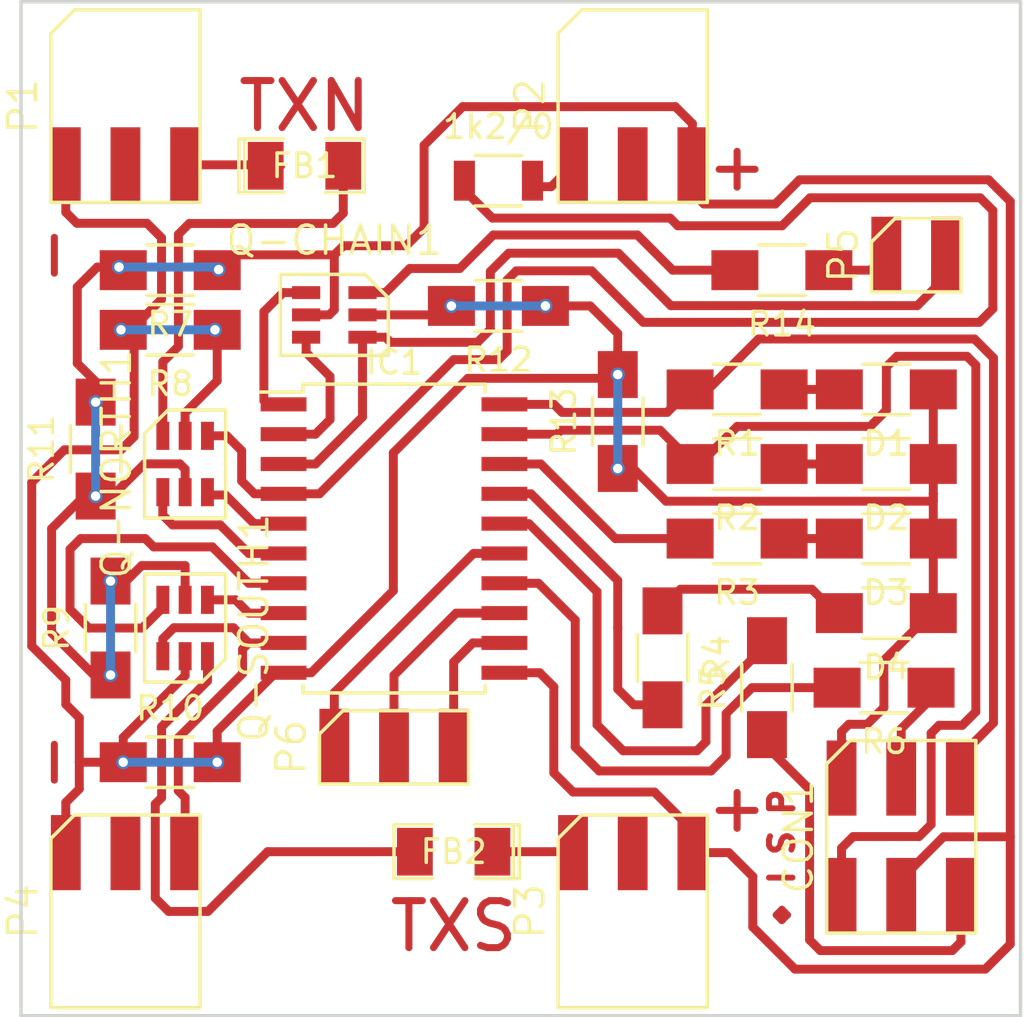
<source format=kicad_pcb>
(kicad_pcb (version 4) (host pcbnew 4.0.1-3.201512221401+6198~38~ubuntu15.10.1-stable)

  (general
    (links 66)
    (no_connects 0)
    (area 133.909999 85.014999 176.605001 128.345001)
    (thickness 1.6)
    (drawings 12)
    (tracks 361)
    (zones 0)
    (modules 32)
    (nets 34)
  )

  (page A4)
  (title_block
    (title "Programmable Matter Particle")
    (date 2015-12-28)
    (rev 0.1)
    (company "Graz University of Technology")
    (comment 1 "Institute of Technical Informatics")
  )

  (layers
    (0 F.Cu signal)
    (31 B.Cu signal)
    (32 B.Adhes user)
    (33 F.Adhes user)
    (34 B.Paste user)
    (35 F.Paste user)
    (36 B.SilkS user)
    (37 F.SilkS user)
    (38 B.Mask user)
    (39 F.Mask user)
    (40 Dwgs.User user)
    (41 Cmts.User user)
    (42 Eco1.User user)
    (43 Eco2.User user)
    (44 Edge.Cuts user)
    (45 Margin user)
    (46 B.CrtYd user)
    (47 F.CrtYd user)
    (48 B.Fab user)
    (49 F.Fab user)
  )

  (setup
    (last_trace_width 0.381)
    (trace_clearance 0.33)
    (zone_clearance 0.508)
    (zone_45_only no)
    (trace_min 0.007874)
    (segment_width 0.2)
    (edge_width 0.15)
    (via_size 0.6)
    (via_drill 0.4)
    (via_min_size 0.015748)
    (via_min_drill 0.3)
    (uvia_size 0.3)
    (uvia_drill 0.1)
    (uvias_allowed no)
    (uvia_min_size 0)
    (uvia_min_drill 0)
    (pcb_text_width 0.3)
    (pcb_text_size 1.5 1.5)
    (mod_edge_width 0.15)
    (mod_text_size 1 1)
    (mod_text_width 0.15)
    (pad_size 1.524 1.524)
    (pad_drill 0.762)
    (pad_to_mask_clearance 0.2)
    (aux_axis_origin 0 0)
    (visible_elements FFFFFF5F)
    (pcbplotparams
      (layerselection 0x00000_00000001)
      (usegerberextensions false)
      (excludeedgelayer true)
      (linewidth 0.100000)
      (plotframeref false)
      (viasonmask false)
      (mode 1)
      (useauxorigin false)
      (hpglpennumber 1)
      (hpglpenspeed 20)
      (hpglpendiameter 15)
      (hpglpenoverlay 2)
      (psnegative false)
      (psa4output false)
      (plotreference false)
      (plotvalue false)
      (plotinvisibletext false)
      (padsonsilk false)
      (subtractmaskfromsilk false)
      (outputformat 4)
      (mirror false)
      (drillshape 0)
      (scaleselection 1)
      (outputdirectory ../../../../../Desktop/))
  )

  (net 0 "")
  (net 1 GND)
  (net 2 VCC)
  (net 3 "Net-(D1-Pad2)")
  (net 4 "Net-(D2-Pad2)")
  (net 5 "Net-(D3-Pad2)")
  (net 6 "Net-(D4-Pad2)")
  (net 7 /MISO)
  (net 8 /MOSI)
  (net 9 /PWR/TX-SOUTH)
  (net 10 /SW_PWR/RX-SOUTH)
  (net 11 /RX-SOUTH)
  (net 12 /PWR/TX-NORTH)
  (net 13 /SW_PWR/RX-NORTH)
  (net 14 /RX-NORTH)
  (net 15 /PWR/TX-CHAIN)
  (net 16 /SW_PWR/RX-CHAIN)
  (net 17 /RX-CHAIN)
  (net 18 "Net-(IC1-Pad14)")
  (net 19 "Net-(IC1-Pad16)")
  (net 20 /ERROR)
  (net 21 /STATUS1)
  (net 22 /TX-CHAIN)
  (net 23 /TX-NORTH)
  (net 24 /TX-SOUTH)
  (net 25 "Net-(FB1-Pad2)")
  (net 26 "Net-(FB2-Pad2)")
  (net 27 /TP3)
  (net 28 /TP2)
  (net 29 /TP1)
  (net 30 /RST)
  (net 31 /SCK)
  (net 32 "Net-(Q-CHAIN1-Pad6)")
  (net 33 "Net-(1k2/0-Pad2)")

  (net_class Default "This is the default net class."
    (clearance 0.33)
    (trace_width 0.381)
    (via_dia 0.6)
    (via_drill 0.4)
    (uvia_dia 0.3)
    (uvia_drill 0.1)
    (add_net /ERROR)
    (add_net /MISO)
    (add_net /MOSI)
    (add_net /PWR/TX-CHAIN)
    (add_net /PWR/TX-NORTH)
    (add_net /PWR/TX-SOUTH)
    (add_net /RST)
    (add_net /RX-CHAIN)
    (add_net /RX-NORTH)
    (add_net /RX-SOUTH)
    (add_net /SCK)
    (add_net /STATUS1)
    (add_net /SW_PWR/RX-CHAIN)
    (add_net /SW_PWR/RX-NORTH)
    (add_net /SW_PWR/RX-SOUTH)
    (add_net /TP1)
    (add_net /TP2)
    (add_net /TP3)
    (add_net /TX-CHAIN)
    (add_net /TX-NORTH)
    (add_net /TX-SOUTH)
    (add_net GND)
    (add_net "Net-(1k2/0-Pad2)")
    (add_net "Net-(D1-Pad2)")
    (add_net "Net-(D2-Pad2)")
    (add_net "Net-(D3-Pad2)")
    (add_net "Net-(D4-Pad2)")
    (add_net "Net-(FB1-Pad2)")
    (add_net "Net-(FB2-Pad2)")
    (add_net "Net-(IC1-Pad14)")
    (add_net "Net-(IC1-Pad16)")
    (add_net "Net-(Q-CHAIN1-Pad6)")
    (add_net VCC)
  )

  (module SMT_PIN_HEADER:CONN-6_4-6 (layer F.Cu) (tedit 5682DD4F) (tstamp 568CF696)
    (at 160.02 123.825)
    (path /568BB764)
    (fp_text reference P3 (at -4.375 0 90) (layer F.SilkS)
      (effects (font (size 1.2 1.2) (thickness 0.15)))
    )
    (fp_text value TXS (at 0 0) (layer F.Fab)
      (effects (font (size 1.2 1.2) (thickness 0.15)))
    )
    (fp_line (start -2.175 -4.1) (end -3.175 -3.1) (layer F.SilkS) (width 0.15))
    (fp_line (start -3.175 -3.1) (end -3.175 4.1) (layer F.SilkS) (width 0.15))
    (fp_line (start -3.175 4.1) (end 3.175 4.1) (layer F.SilkS) (width 0.15))
    (fp_line (start 3.175 4.1) (end 3.175 -4.1) (layer F.SilkS) (width 0.15))
    (fp_line (start 3.175 -4.1) (end -2.175 -4.1) (layer F.SilkS) (width 0.15))
    (pad 6 smd rect (at -2.54 -2.5) (size 1.27 3.2) (layers F.Cu F.Paste F.Mask)
      (net 24 /TX-SOUTH))
    (pad 5 smd rect (at 0 -2.5) (size 1.27 3.2) (layers F.Cu F.Paste F.Mask))
    (pad 4 smd rect (at 2.54 -2.5) (size 1.27 3.2) (layers F.Cu F.Paste F.Mask)
      (net 2 VCC))
    (model ${KIPRJMOD}/3d/CONN_HEAD_254_2x3_center_missing.wrl
      (at (xyz 0 0 0))
      (scale (xyz 0.3937 0.3937 0.3937))
      (rotate (xyz 0 0 0))
    )
  )

  (module SMT_PIN_HEADER:CONN-6_1-3 (layer F.Cu) (tedit 5682DD12) (tstamp 568CF88B)
    (at 138.43 89.535)
    (path /568B990C)
    (fp_text reference P1 (at -4.375 0 90) (layer F.SilkS)
      (effects (font (size 1.2 1.2) (thickness 0.15)))
    )
    (fp_text value TXN (at 0 0) (layer F.Fab)
      (effects (font (size 1.2 1.2) (thickness 0.15)))
    )
    (fp_line (start -2.175 -4.1) (end -3.175 -3.1) (layer F.SilkS) (width 0.15))
    (fp_line (start -3.175 -3.1) (end -3.175 4.1) (layer F.SilkS) (width 0.15))
    (fp_line (start -3.175 4.1) (end 3.175 4.1) (layer F.SilkS) (width 0.15))
    (fp_line (start 3.175 4.1) (end 3.175 -4.1) (layer F.SilkS) (width 0.15))
    (fp_line (start 3.175 -4.1) (end -2.175 -4.1) (layer F.SilkS) (width 0.15))
    (pad 1 smd rect (at -2.54 2.5) (size 1.27 3.2) (layers F.Cu F.Paste F.Mask)
      (net 1 GND))
    (pad 2 smd rect (at 0 2.5) (size 1.27 3.2) (layers F.Cu F.Paste F.Mask))
    (pad 3 smd rect (at 2.54 2.5) (size 1.27 3.2) (layers F.Cu F.Paste F.Mask)
      (net 23 /TX-NORTH))
    (model ${KIPRJMOD}/3d/CONN_HEAD_254_2x3_center_missing.wrl
      (at (xyz 0 0 0))
      (scale (xyz 0.3937 0.3937 0.3937))
      (rotate (xyz 0 0 0))
    )
  )

  (module Housings_SOIC:SOIC-20_7.5x12.8mm_Pitch1.27mm (layer F.Cu) (tedit 54130A77) (tstamp 56819277)
    (at 149.86 107.95)
    (descr "20-Lead Plastic Small Outline (SO) - Wide, 7.50 mm Body [SOIC] (see Microchip Packaging Specification 00000049BS.pdf)")
    (tags "SOIC 1.27")
    (path /5681670E)
    (attr smd)
    (fp_text reference IC1 (at 0 -7.5) (layer F.SilkS)
      (effects (font (size 1 1) (thickness 0.15)))
    )
    (fp_text value ATTINY1634-SU (at 0 7.5) (layer F.Fab)
      (effects (font (size 1 1) (thickness 0.15)))
    )
    (fp_line (start -5.95 -6.75) (end -5.95 6.75) (layer F.CrtYd) (width 0.05))
    (fp_line (start 5.95 -6.75) (end 5.95 6.75) (layer F.CrtYd) (width 0.05))
    (fp_line (start -5.95 -6.75) (end 5.95 -6.75) (layer F.CrtYd) (width 0.05))
    (fp_line (start -5.95 6.75) (end 5.95 6.75) (layer F.CrtYd) (width 0.05))
    (fp_line (start -3.875 -6.575) (end -3.875 -6.24) (layer F.SilkS) (width 0.15))
    (fp_line (start 3.875 -6.575) (end 3.875 -6.24) (layer F.SilkS) (width 0.15))
    (fp_line (start 3.875 6.575) (end 3.875 6.24) (layer F.SilkS) (width 0.15))
    (fp_line (start -3.875 6.575) (end -3.875 6.24) (layer F.SilkS) (width 0.15))
    (fp_line (start -3.875 -6.575) (end 3.875 -6.575) (layer F.SilkS) (width 0.15))
    (fp_line (start -3.875 6.575) (end 3.875 6.575) (layer F.SilkS) (width 0.15))
    (fp_line (start -3.875 -6.24) (end -5.675 -6.24) (layer F.SilkS) (width 0.15))
    (pad 1 smd rect (at -4.7 -5.715) (size 1.95 0.6) (layers F.Cu F.Paste F.Mask)
      (net 15 /PWR/TX-CHAIN))
    (pad 2 smd rect (at -4.7 -4.445) (size 1.95 0.6) (layers F.Cu F.Paste F.Mask)
      (net 16 /SW_PWR/RX-CHAIN))
    (pad 3 smd rect (at -4.7 -3.175) (size 1.95 0.6) (layers F.Cu F.Paste F.Mask)
      (net 17 /RX-CHAIN))
    (pad 4 smd rect (at -4.7 -1.905) (size 1.95 0.6) (layers F.Cu F.Paste F.Mask)
      (net 14 /RX-NORTH))
    (pad 5 smd rect (at -4.7 -0.635) (size 1.95 0.6) (layers F.Cu F.Paste F.Mask)
      (net 13 /SW_PWR/RX-NORTH))
    (pad 6 smd rect (at -4.7 0.635) (size 1.95 0.6) (layers F.Cu F.Paste F.Mask)
      (net 12 /PWR/TX-NORTH))
    (pad 7 smd rect (at -4.7 1.905) (size 1.95 0.6) (layers F.Cu F.Paste F.Mask)
      (net 10 /SW_PWR/RX-SOUTH))
    (pad 8 smd rect (at -4.7 3.175) (size 1.95 0.6) (layers F.Cu F.Paste F.Mask)
      (net 9 /PWR/TX-SOUTH))
    (pad 9 smd rect (at -4.7 4.445) (size 1.95 0.6) (layers F.Cu F.Paste F.Mask)
      (net 11 /RX-SOUTH))
    (pad 10 smd rect (at -4.7 5.715) (size 1.95 0.6) (layers F.Cu F.Paste F.Mask)
      (net 1 GND))
    (pad 11 smd rect (at 4.7 5.715) (size 1.95 0.6) (layers F.Cu F.Paste F.Mask)
      (net 2 VCC))
    (pad 12 smd rect (at 4.7 4.445) (size 1.95 0.6) (layers F.Cu F.Paste F.Mask)
      (net 27 /TP3))
    (pad 13 smd rect (at 4.7 3.175) (size 1.95 0.6) (layers F.Cu F.Paste F.Mask)
      (net 28 /TP2))
    (pad 14 smd rect (at 4.7 1.905) (size 1.95 0.6) (layers F.Cu F.Paste F.Mask)
      (net 18 "Net-(IC1-Pad14)"))
    (pad 15 smd rect (at 4.7 0.635) (size 1.95 0.6) (layers F.Cu F.Paste F.Mask)
      (net 29 /TP1))
    (pad 16 smd rect (at 4.7 -0.635) (size 1.95 0.6) (layers F.Cu F.Paste F.Mask)
      (net 19 "Net-(IC1-Pad16)"))
    (pad 17 smd rect (at 4.7 -1.905) (size 1.95 0.6) (layers F.Cu F.Paste F.Mask)
      (net 20 /ERROR))
    (pad 18 smd rect (at 4.7 -3.175) (size 1.95 0.6) (layers F.Cu F.Paste F.Mask)
      (net 21 /STATUS1))
    (pad 19 smd rect (at 4.7 -4.445) (size 1.95 0.6) (layers F.Cu F.Paste F.Mask)
      (net 7 /MISO))
    (pad 20 smd rect (at 4.7 -5.715) (size 1.95 0.6) (layers F.Cu F.Paste F.Mask)
      (net 8 /MOSI))
    (model Housings_SOIC.3dshapes/SOIC-20_7.5x12.8mm_Pitch1.27mm.wrl
      (at (xyz 0 0 0))
      (scale (xyz 1 1 1))
      (rotate (xyz 0 0 0))
    )
  )

  (module Resistors_SMD:R_1206_HandSoldering (layer F.Cu) (tedit 5418A20D) (tstamp 568A90E8)
    (at 161.29 113.03 270)
    (descr "Resistor SMD 1206, hand soldering")
    (tags "resistor 1206")
    (path /568A6E44)
    (attr smd)
    (fp_text reference R4 (at 0 -2.3 270) (layer F.SilkS)
      (effects (font (size 1 1) (thickness 0.15)))
    )
    (fp_text value 1k2 (at 0 2.3 270) (layer F.Fab)
      (effects (font (size 1 1) (thickness 0.15)))
    )
    (fp_line (start -3.3 -1.2) (end 3.3 -1.2) (layer F.CrtYd) (width 0.05))
    (fp_line (start -3.3 1.2) (end 3.3 1.2) (layer F.CrtYd) (width 0.05))
    (fp_line (start -3.3 -1.2) (end -3.3 1.2) (layer F.CrtYd) (width 0.05))
    (fp_line (start 3.3 -1.2) (end 3.3 1.2) (layer F.CrtYd) (width 0.05))
    (fp_line (start 1 1.075) (end -1 1.075) (layer F.SilkS) (width 0.15))
    (fp_line (start -1 -1.075) (end 1 -1.075) (layer F.SilkS) (width 0.15))
    (pad 1 smd rect (at -2 0 270) (size 2 1.7) (layers F.Cu F.Paste F.Mask)
      (net 6 "Net-(D4-Pad2)"))
    (pad 2 smd rect (at 2 0 270) (size 2 1.7) (layers F.Cu F.Paste F.Mask)
      (net 20 /ERROR))
    (model Resistors_SMD.3dshapes/R_1206_HandSoldering.wrl
      (at (xyz 0 0 0))
      (scale (xyz 1 1 1))
      (rotate (xyz 0 0 0))
    )
  )

  (module Resistors_SMD:R_1206_HandSoldering (layer F.Cu) (tedit 5418A20D) (tstamp 568BB28B)
    (at 166.37 96.52 180)
    (descr "Resistor SMD 1206, hand soldering")
    (tags "resistor 1206")
    (path /568BB906)
    (attr smd)
    (fp_text reference R14 (at 0 -2.3 180) (layer F.SilkS)
      (effects (font (size 1 1) (thickness 0.15)))
    )
    (fp_text value 1k2 (at 0 2.3 180) (layer F.Fab)
      (effects (font (size 1 1) (thickness 0.15)))
    )
    (fp_line (start -3.3 -1.2) (end 3.3 -1.2) (layer F.CrtYd) (width 0.05))
    (fp_line (start -3.3 1.2) (end 3.3 1.2) (layer F.CrtYd) (width 0.05))
    (fp_line (start -3.3 -1.2) (end -3.3 1.2) (layer F.CrtYd) (width 0.05))
    (fp_line (start 3.3 -1.2) (end 3.3 1.2) (layer F.CrtYd) (width 0.05))
    (fp_line (start 1 1.075) (end -1 1.075) (layer F.SilkS) (width 0.15))
    (fp_line (start -1 -1.075) (end 1 -1.075) (layer F.SilkS) (width 0.15))
    (pad 1 smd rect (at -2 0 180) (size 2 1.7) (layers F.Cu F.Paste F.Mask)
      (net 22 /TX-CHAIN))
    (pad 2 smd rect (at 2 0 180) (size 2 1.7) (layers F.Cu F.Paste F.Mask)
      (net 32 "Net-(Q-CHAIN1-Pad6)"))
    (model Resistors_SMD.3dshapes/R_1206_HandSoldering.wrl
      (at (xyz 0 0 0))
      (scale (xyz 1 1 1))
      (rotate (xyz 0 0 0))
    )
  )

  (module Resistors_SMD:R_1206_HandSoldering (layer F.Cu) (tedit 5418A20D) (tstamp 568A8DBF)
    (at 154.305 98.044 180)
    (descr "Resistor SMD 1206, hand soldering")
    (tags "resistor 1206")
    (path /568AF92C)
    (attr smd)
    (fp_text reference R12 (at 0 -2.3 180) (layer F.SilkS)
      (effects (font (size 1 1) (thickness 0.15)))
    )
    (fp_text value 0R (at 0 2.3 180) (layer F.Fab)
      (effects (font (size 1 1) (thickness 0.15)))
    )
    (fp_line (start -3.3 -1.2) (end 3.3 -1.2) (layer F.CrtYd) (width 0.05))
    (fp_line (start -3.3 1.2) (end 3.3 1.2) (layer F.CrtYd) (width 0.05))
    (fp_line (start -3.3 -1.2) (end -3.3 1.2) (layer F.CrtYd) (width 0.05))
    (fp_line (start 3.3 -1.2) (end 3.3 1.2) (layer F.CrtYd) (width 0.05))
    (fp_line (start 1 1.075) (end -1 1.075) (layer F.SilkS) (width 0.15))
    (fp_line (start -1 -1.075) (end 1 -1.075) (layer F.SilkS) (width 0.15))
    (pad 1 smd rect (at -2 0 180) (size 2 1.7) (layers F.Cu F.Paste F.Mask)
      (net 1 GND))
    (pad 2 smd rect (at 2 0 180) (size 2 1.7) (layers F.Cu F.Paste F.Mask)
      (net 1 GND))
    (model Resistors_SMD.3dshapes/R_1206_HandSoldering.wrl
      (at (xyz 0 0 0))
      (scale (xyz 1 1 1))
      (rotate (xyz 0 0 0))
    )
  )

  (module sot26:SOT-26 (layer F.Cu) (tedit 56818D0C) (tstamp 5681928B)
    (at 140.97 104.775)
    (path /5681915A)
    (fp_text reference Q-NORTH1 (at -2.925 0 90) (layer F.SilkS)
      (effects (font (size 1.2 1.2) (thickness 0.15)))
    )
    (fp_text value DMC2700UDM-7 (at 0 0) (layer F.Fab)
      (effects (font (size 1.2 1.2) (thickness 0.15)))
    )
    (fp_line (start -0.725 -2.3) (end -1.725 -1.3) (layer F.SilkS) (width 0.15))
    (fp_line (start -1.725 -1.3) (end -1.725 2.3) (layer F.SilkS) (width 0.15))
    (fp_line (start -1.725 2.3) (end 1.725 2.3) (layer F.SilkS) (width 0.15))
    (fp_line (start 1.725 2.3) (end 1.725 -2.3) (layer F.SilkS) (width 0.15))
    (fp_line (start 1.725 -2.3) (end -0.725 -2.3) (layer F.SilkS) (width 0.15))
    (pad 6 smd rect (at -0.95 -1.2) (size 0.55 1.2) (layers F.Cu F.Paste F.Mask)
      (net 25 "Net-(FB1-Pad2)"))
    (pad 1 smd rect (at -0.95 1.2) (size 0.55 1.2) (layers F.Cu F.Paste F.Mask)
      (net 12 /PWR/TX-NORTH))
    (pad 5 smd rect (at 0 -1.2) (size 0.55 1.2) (layers F.Cu F.Paste F.Mask)
      (net 1 GND))
    (pad 2 smd rect (at 0 1.2) (size 0.55 1.2) (layers F.Cu F.Paste F.Mask)
      (net 2 VCC))
    (pad 4 smd rect (at 0.95 -1.2) (size 0.55 1.2) (layers F.Cu F.Paste F.Mask)
      (net 14 /RX-NORTH))
    (pad 3 smd rect (at 0.95 1.2) (size 0.55 1.2) (layers F.Cu F.Paste F.Mask)
      (net 13 /SW_PWR/RX-NORTH))
    (model ${KIPRJMOD}/3d/SOT_26.wrl
      (at (xyz 0 0 0))
      (scale (xyz 0.3937 0.3937 0.3937))
      (rotate (xyz 0 0 0))
    )
  )

  (module Resistors_SMD:R_1206_HandSoldering (layer F.Cu) (tedit 5418A20D) (tstamp 568A90ED)
    (at 165.735 114.3 90)
    (descr "Resistor SMD 1206, hand soldering")
    (tags "resistor 1206")
    (path /568B0E35)
    (attr smd)
    (fp_text reference R5 (at 0 -2.3 90) (layer F.SilkS)
      (effects (font (size 1 1) (thickness 0.15)))
    )
    (fp_text value 0R (at 0 2.3 90) (layer F.Fab)
      (effects (font (size 1 1) (thickness 0.15)))
    )
    (fp_line (start -3.3 -1.2) (end 3.3 -1.2) (layer F.CrtYd) (width 0.05))
    (fp_line (start -3.3 1.2) (end 3.3 1.2) (layer F.CrtYd) (width 0.05))
    (fp_line (start -3.3 -1.2) (end -3.3 1.2) (layer F.CrtYd) (width 0.05))
    (fp_line (start 3.3 -1.2) (end 3.3 1.2) (layer F.CrtYd) (width 0.05))
    (fp_line (start 1 1.075) (end -1 1.075) (layer F.SilkS) (width 0.15))
    (fp_line (start -1 -1.075) (end 1 -1.075) (layer F.SilkS) (width 0.15))
    (pad 1 smd rect (at -2 0 90) (size 2 1.7) (layers F.Cu F.Paste F.Mask)
      (net 31 /SCK))
    (pad 2 smd rect (at 2 0 90) (size 2 1.7) (layers F.Cu F.Paste F.Mask)
      (net 19 "Net-(IC1-Pad16)"))
    (model Resistors_SMD.3dshapes/R_1206_HandSoldering.wrl
      (at (xyz 0 0 0))
      (scale (xyz 1 1 1))
      (rotate (xyz 0 0 0))
    )
  )

  (module sot26:SOT-26 (layer F.Cu) (tedit 56818D0C) (tstamp 56819281)
    (at 147.32 98.425 270)
    (path /5681981F)
    (fp_text reference Q-CHAIN1 (at -3.175 0 360) (layer F.SilkS)
      (effects (font (size 1.2 1.2) (thickness 0.15)))
    )
    (fp_text value DMC2700UDM-7 (at 0 0 270) (layer F.Fab)
      (effects (font (size 1.2 1.2) (thickness 0.15)))
    )
    (fp_line (start -0.725 -2.3) (end -1.725 -1.3) (layer F.SilkS) (width 0.15))
    (fp_line (start -1.725 -1.3) (end -1.725 2.3) (layer F.SilkS) (width 0.15))
    (fp_line (start -1.725 2.3) (end 1.725 2.3) (layer F.SilkS) (width 0.15))
    (fp_line (start 1.725 2.3) (end 1.725 -2.3) (layer F.SilkS) (width 0.15))
    (fp_line (start 1.725 -2.3) (end -0.725 -2.3) (layer F.SilkS) (width 0.15))
    (pad 6 smd rect (at -0.95 -1.2 270) (size 0.55 1.2) (layers F.Cu F.Paste F.Mask)
      (net 32 "Net-(Q-CHAIN1-Pad6)"))
    (pad 1 smd rect (at -0.95 1.2 270) (size 0.55 1.2) (layers F.Cu F.Paste F.Mask)
      (net 15 /PWR/TX-CHAIN))
    (pad 5 smd rect (at 0 -1.2 270) (size 0.55 1.2) (layers F.Cu F.Paste F.Mask)
      (net 1 GND))
    (pad 2 smd rect (at 0 1.2 270) (size 0.55 1.2) (layers F.Cu F.Paste F.Mask)
      (net 2 VCC))
    (pad 4 smd rect (at 0.95 -1.2 270) (size 0.55 1.2) (layers F.Cu F.Paste F.Mask)
      (net 17 /RX-CHAIN))
    (pad 3 smd rect (at 0.95 1.2 270) (size 0.55 1.2) (layers F.Cu F.Paste F.Mask)
      (net 16 /SW_PWR/RX-CHAIN))
    (model ${KIPRJMOD}/3d/SOT_26.wrl
      (at (xyz 0 0 0))
      (scale (xyz 0.3937 0.3937 0.3937))
      (rotate (xyz 0 0 0))
    )
  )

  (module sot26:SOT-26 (layer F.Cu) (tedit 56818D0C) (tstamp 56819295)
    (at 140.97 111.76 180)
    (path /5681AD7E)
    (fp_text reference Q-SOUTH1 (at -2.925 0 270) (layer F.SilkS)
      (effects (font (size 1.2 1.2) (thickness 0.15)))
    )
    (fp_text value DMC2700UDM-7 (at 0 0 180) (layer F.Fab)
      (effects (font (size 1.2 1.2) (thickness 0.15)))
    )
    (fp_line (start -0.725 -2.3) (end -1.725 -1.3) (layer F.SilkS) (width 0.15))
    (fp_line (start -1.725 -1.3) (end -1.725 2.3) (layer F.SilkS) (width 0.15))
    (fp_line (start -1.725 2.3) (end 1.725 2.3) (layer F.SilkS) (width 0.15))
    (fp_line (start 1.725 2.3) (end 1.725 -2.3) (layer F.SilkS) (width 0.15))
    (fp_line (start 1.725 -2.3) (end -0.725 -2.3) (layer F.SilkS) (width 0.15))
    (pad 6 smd rect (at -0.95 -1.2 180) (size 0.55 1.2) (layers F.Cu F.Paste F.Mask)
      (net 26 "Net-(FB2-Pad2)"))
    (pad 1 smd rect (at -0.95 1.2 180) (size 0.55 1.2) (layers F.Cu F.Paste F.Mask)
      (net 9 /PWR/TX-SOUTH))
    (pad 5 smd rect (at 0 -1.2 180) (size 0.55 1.2) (layers F.Cu F.Paste F.Mask)
      (net 1 GND))
    (pad 2 smd rect (at 0 1.2 180) (size 0.55 1.2) (layers F.Cu F.Paste F.Mask)
      (net 2 VCC))
    (pad 4 smd rect (at 0.95 -1.2 180) (size 0.55 1.2) (layers F.Cu F.Paste F.Mask)
      (net 11 /RX-SOUTH))
    (pad 3 smd rect (at 0.95 1.2 180) (size 0.55 1.2) (layers F.Cu F.Paste F.Mask)
      (net 10 /SW_PWR/RX-SOUTH))
    (model ${KIPRJMOD}/3d/SOT_26.wrl
      (at (xyz 0 0 0))
      (scale (xyz 0.3937 0.3937 0.3937))
      (rotate (xyz 0 0 0))
    )
  )

  (module Resistors_SMD:R_1206_HandSoldering (layer F.Cu) (tedit 5418A20D) (tstamp 568A8D9B)
    (at 170.72 114.3 180)
    (descr "Resistor SMD 1206, hand soldering")
    (tags "resistor 1206")
    (path /568B0C56)
    (attr smd)
    (fp_text reference R6 (at 0 -2.3 180) (layer F.SilkS)
      (effects (font (size 1 1) (thickness 0.15)))
    )
    (fp_text value 0R (at 0 2.3 180) (layer F.Fab)
      (effects (font (size 1 1) (thickness 0.15)))
    )
    (fp_line (start -3.3 -1.2) (end 3.3 -1.2) (layer F.CrtYd) (width 0.05))
    (fp_line (start -3.3 1.2) (end 3.3 1.2) (layer F.CrtYd) (width 0.05))
    (fp_line (start -3.3 -1.2) (end -3.3 1.2) (layer F.CrtYd) (width 0.05))
    (fp_line (start 3.3 -1.2) (end 3.3 1.2) (layer F.CrtYd) (width 0.05))
    (fp_line (start 1 1.075) (end -1 1.075) (layer F.SilkS) (width 0.15))
    (fp_line (start -1 -1.075) (end 1 -1.075) (layer F.SilkS) (width 0.15))
    (pad 1 smd rect (at -2 0 180) (size 2 1.7) (layers F.Cu F.Paste F.Mask)
      (net 30 /RST))
    (pad 2 smd rect (at 2 0 180) (size 2 1.7) (layers F.Cu F.Paste F.Mask)
      (net 18 "Net-(IC1-Pad14)"))
    (model Resistors_SMD.3dshapes/R_1206_HandSoldering.wrl
      (at (xyz 0 0 0))
      (scale (xyz 1 1 1))
      (rotate (xyz 0 0 0))
    )
  )

  (module Resistors_SMD:R_1206_HandSoldering (layer F.Cu) (tedit 5418A20D) (tstamp 568A8DA1)
    (at 140.335 96.52 180)
    (descr "Resistor SMD 1206, hand soldering")
    (tags "resistor 1206")
    (path /568AED00)
    (attr smd)
    (fp_text reference R7 (at 0 -2.3 180) (layer F.SilkS)
      (effects (font (size 1 1) (thickness 0.15)))
    )
    (fp_text value 0R (at 0 2.3 180) (layer F.Fab)
      (effects (font (size 1 1) (thickness 0.15)))
    )
    (fp_line (start -3.3 -1.2) (end 3.3 -1.2) (layer F.CrtYd) (width 0.05))
    (fp_line (start -3.3 1.2) (end 3.3 1.2) (layer F.CrtYd) (width 0.05))
    (fp_line (start -3.3 -1.2) (end -3.3 1.2) (layer F.CrtYd) (width 0.05))
    (fp_line (start 3.3 -1.2) (end 3.3 1.2) (layer F.CrtYd) (width 0.05))
    (fp_line (start 1 1.075) (end -1 1.075) (layer F.SilkS) (width 0.15))
    (fp_line (start -1 -1.075) (end 1 -1.075) (layer F.SilkS) (width 0.15))
    (pad 1 smd rect (at -2 0 180) (size 2 1.7) (layers F.Cu F.Paste F.Mask)
      (net 2 VCC))
    (pad 2 smd rect (at 2 0 180) (size 2 1.7) (layers F.Cu F.Paste F.Mask)
      (net 2 VCC))
    (model Resistors_SMD.3dshapes/R_1206_HandSoldering.wrl
      (at (xyz 0 0 0))
      (scale (xyz 1 1 1))
      (rotate (xyz 0 0 0))
    )
  )

  (module Resistors_SMD:R_1206_HandSoldering (layer F.Cu) (tedit 5418A20D) (tstamp 568A8DA7)
    (at 140.335 99.06 180)
    (descr "Resistor SMD 1206, hand soldering")
    (tags "resistor 1206")
    (path /568AE264)
    (attr smd)
    (fp_text reference R8 (at 0 -2.3 180) (layer F.SilkS)
      (effects (font (size 1 1) (thickness 0.15)))
    )
    (fp_text value 0R (at 0 2.3 180) (layer F.Fab)
      (effects (font (size 1 1) (thickness 0.15)))
    )
    (fp_line (start -3.3 -1.2) (end 3.3 -1.2) (layer F.CrtYd) (width 0.05))
    (fp_line (start -3.3 1.2) (end 3.3 1.2) (layer F.CrtYd) (width 0.05))
    (fp_line (start -3.3 -1.2) (end -3.3 1.2) (layer F.CrtYd) (width 0.05))
    (fp_line (start 3.3 -1.2) (end 3.3 1.2) (layer F.CrtYd) (width 0.05))
    (fp_line (start 1 1.075) (end -1 1.075) (layer F.SilkS) (width 0.15))
    (fp_line (start -1 -1.075) (end 1 -1.075) (layer F.SilkS) (width 0.15))
    (pad 1 smd rect (at -2 0 180) (size 2 1.7) (layers F.Cu F.Paste F.Mask)
      (net 1 GND))
    (pad 2 smd rect (at 2 0 180) (size 2 1.7) (layers F.Cu F.Paste F.Mask)
      (net 1 GND))
    (model Resistors_SMD.3dshapes/R_1206_HandSoldering.wrl
      (at (xyz 0 0 0))
      (scale (xyz 1 1 1))
      (rotate (xyz 0 0 0))
    )
  )

  (module Resistors_SMD:R_1206_HandSoldering (layer F.Cu) (tedit 5418A20D) (tstamp 568A8DAD)
    (at 137.795 111.76 90)
    (descr "Resistor SMD 1206, hand soldering")
    (tags "resistor 1206")
    (path /568AF740)
    (attr smd)
    (fp_text reference R9 (at 0 -2.3 90) (layer F.SilkS)
      (effects (font (size 1 1) (thickness 0.15)))
    )
    (fp_text value 0R (at 0 2.3 90) (layer F.Fab)
      (effects (font (size 1 1) (thickness 0.15)))
    )
    (fp_line (start -3.3 -1.2) (end 3.3 -1.2) (layer F.CrtYd) (width 0.05))
    (fp_line (start -3.3 1.2) (end 3.3 1.2) (layer F.CrtYd) (width 0.05))
    (fp_line (start -3.3 -1.2) (end -3.3 1.2) (layer F.CrtYd) (width 0.05))
    (fp_line (start 3.3 -1.2) (end 3.3 1.2) (layer F.CrtYd) (width 0.05))
    (fp_line (start 1 1.075) (end -1 1.075) (layer F.SilkS) (width 0.15))
    (fp_line (start -1 -1.075) (end 1 -1.075) (layer F.SilkS) (width 0.15))
    (pad 1 smd rect (at -2 0 90) (size 2 1.7) (layers F.Cu F.Paste F.Mask)
      (net 2 VCC))
    (pad 2 smd rect (at 2 0 90) (size 2 1.7) (layers F.Cu F.Paste F.Mask)
      (net 2 VCC))
    (model Resistors_SMD.3dshapes/R_1206_HandSoldering.wrl
      (at (xyz 0 0 0))
      (scale (xyz 1 1 1))
      (rotate (xyz 0 0 0))
    )
  )

  (module Resistors_SMD:R_1206_HandSoldering (layer F.Cu) (tedit 5418A20D) (tstamp 568A8DB3)
    (at 140.335 117.475)
    (descr "Resistor SMD 1206, hand soldering")
    (tags "resistor 1206")
    (path /568AFBDB)
    (attr smd)
    (fp_text reference R10 (at 0 -2.3) (layer F.SilkS)
      (effects (font (size 1 1) (thickness 0.15)))
    )
    (fp_text value 0R (at 0 2.3) (layer F.Fab)
      (effects (font (size 1 1) (thickness 0.15)))
    )
    (fp_line (start -3.3 -1.2) (end 3.3 -1.2) (layer F.CrtYd) (width 0.05))
    (fp_line (start -3.3 1.2) (end 3.3 1.2) (layer F.CrtYd) (width 0.05))
    (fp_line (start -3.3 -1.2) (end -3.3 1.2) (layer F.CrtYd) (width 0.05))
    (fp_line (start 3.3 -1.2) (end 3.3 1.2) (layer F.CrtYd) (width 0.05))
    (fp_line (start 1 1.075) (end -1 1.075) (layer F.SilkS) (width 0.15))
    (fp_line (start -1 -1.075) (end 1 -1.075) (layer F.SilkS) (width 0.15))
    (pad 1 smd rect (at -2 0) (size 2 1.7) (layers F.Cu F.Paste F.Mask)
      (net 1 GND))
    (pad 2 smd rect (at 2 0) (size 2 1.7) (layers F.Cu F.Paste F.Mask)
      (net 1 GND))
    (model Resistors_SMD.3dshapes/R_1206_HandSoldering.wrl
      (at (xyz 0 0 0))
      (scale (xyz 1 1 1))
      (rotate (xyz 0 0 0))
    )
  )

  (module Resistors_SMD:R_1206_HandSoldering (layer F.Cu) (tedit 5418A20D) (tstamp 568A8DB9)
    (at 137.16 104.14 90)
    (descr "Resistor SMD 1206, hand soldering")
    (tags "resistor 1206")
    (path /568AF8A4)
    (attr smd)
    (fp_text reference R11 (at 0 -2.3 90) (layer F.SilkS)
      (effects (font (size 1 1) (thickness 0.15)))
    )
    (fp_text value 0R (at 0 2.3 90) (layer F.Fab)
      (effects (font (size 1 1) (thickness 0.15)))
    )
    (fp_line (start -3.3 -1.2) (end 3.3 -1.2) (layer F.CrtYd) (width 0.05))
    (fp_line (start -3.3 1.2) (end 3.3 1.2) (layer F.CrtYd) (width 0.05))
    (fp_line (start -3.3 -1.2) (end -3.3 1.2) (layer F.CrtYd) (width 0.05))
    (fp_line (start 3.3 -1.2) (end 3.3 1.2) (layer F.CrtYd) (width 0.05))
    (fp_line (start 1 1.075) (end -1 1.075) (layer F.SilkS) (width 0.15))
    (fp_line (start -1 -1.075) (end 1 -1.075) (layer F.SilkS) (width 0.15))
    (pad 1 smd rect (at -2 0 90) (size 2 1.7) (layers F.Cu F.Paste F.Mask)
      (net 2 VCC))
    (pad 2 smd rect (at 2 0 90) (size 2 1.7) (layers F.Cu F.Paste F.Mask)
      (net 2 VCC))
    (model Resistors_SMD.3dshapes/R_1206_HandSoldering.wrl
      (at (xyz 0 0 0))
      (scale (xyz 1 1 1))
      (rotate (xyz 0 0 0))
    )
  )

  (module Resistors_SMD:R_1206_HandSoldering (layer F.Cu) (tedit 5418A20D) (tstamp 568A90D9)
    (at 164.465 101.6 180)
    (descr "Resistor SMD 1206, hand soldering")
    (tags "resistor 1206")
    (path /5682CF69)
    (attr smd)
    (fp_text reference R1 (at 0 -2.3 180) (layer F.SilkS)
      (effects (font (size 1 1) (thickness 0.15)))
    )
    (fp_text value 1k2 (at 0 2.3 180) (layer F.Fab)
      (effects (font (size 1 1) (thickness 0.15)))
    )
    (fp_line (start -3.3 -1.2) (end 3.3 -1.2) (layer F.CrtYd) (width 0.05))
    (fp_line (start -3.3 1.2) (end 3.3 1.2) (layer F.CrtYd) (width 0.05))
    (fp_line (start -3.3 -1.2) (end -3.3 1.2) (layer F.CrtYd) (width 0.05))
    (fp_line (start 3.3 -1.2) (end 3.3 1.2) (layer F.CrtYd) (width 0.05))
    (fp_line (start 1 1.075) (end -1 1.075) (layer F.SilkS) (width 0.15))
    (fp_line (start -1 -1.075) (end 1 -1.075) (layer F.SilkS) (width 0.15))
    (pad 1 smd rect (at -2 0 180) (size 2 1.7) (layers F.Cu F.Paste F.Mask)
      (net 3 "Net-(D1-Pad2)"))
    (pad 2 smd rect (at 2 0 180) (size 2 1.7) (layers F.Cu F.Paste F.Mask)
      (net 8 /MOSI))
    (model Resistors_SMD.3dshapes/R_1206_HandSoldering.wrl
      (at (xyz 0 0 0))
      (scale (xyz 1 1 1))
      (rotate (xyz 0 0 0))
    )
  )

  (module Resistors_SMD:R_1206_HandSoldering (layer F.Cu) (tedit 5418A20D) (tstamp 568A90DE)
    (at 164.465 104.775 180)
    (descr "Resistor SMD 1206, hand soldering")
    (tags "resistor 1206")
    (path /5682CF7E)
    (attr smd)
    (fp_text reference R2 (at 0 -2.3 180) (layer F.SilkS)
      (effects (font (size 1 1) (thickness 0.15)))
    )
    (fp_text value 1k2 (at 0 2.3 180) (layer F.Fab)
      (effects (font (size 1 1) (thickness 0.15)))
    )
    (fp_line (start -3.3 -1.2) (end 3.3 -1.2) (layer F.CrtYd) (width 0.05))
    (fp_line (start -3.3 1.2) (end 3.3 1.2) (layer F.CrtYd) (width 0.05))
    (fp_line (start -3.3 -1.2) (end -3.3 1.2) (layer F.CrtYd) (width 0.05))
    (fp_line (start 3.3 -1.2) (end 3.3 1.2) (layer F.CrtYd) (width 0.05))
    (fp_line (start 1 1.075) (end -1 1.075) (layer F.SilkS) (width 0.15))
    (fp_line (start -1 -1.075) (end 1 -1.075) (layer F.SilkS) (width 0.15))
    (pad 1 smd rect (at -2 0 180) (size 2 1.7) (layers F.Cu F.Paste F.Mask)
      (net 4 "Net-(D2-Pad2)"))
    (pad 2 smd rect (at 2 0 180) (size 2 1.7) (layers F.Cu F.Paste F.Mask)
      (net 7 /MISO))
    (model Resistors_SMD.3dshapes/R_1206_HandSoldering.wrl
      (at (xyz 0 0 0))
      (scale (xyz 1 1 1))
      (rotate (xyz 0 0 0))
    )
  )

  (module Resistors_SMD:R_1206_HandSoldering (layer F.Cu) (tedit 5418A20D) (tstamp 568A90E3)
    (at 164.465 107.95 180)
    (descr "Resistor SMD 1206, hand soldering")
    (tags "resistor 1206")
    (path /568B15AF)
    (attr smd)
    (fp_text reference R3 (at 0 -2.3 180) (layer F.SilkS)
      (effects (font (size 1 1) (thickness 0.15)))
    )
    (fp_text value 1k2 (at 0 2.3 180) (layer F.Fab)
      (effects (font (size 1 1) (thickness 0.15)))
    )
    (fp_line (start -3.3 -1.2) (end 3.3 -1.2) (layer F.CrtYd) (width 0.05))
    (fp_line (start -3.3 1.2) (end 3.3 1.2) (layer F.CrtYd) (width 0.05))
    (fp_line (start -3.3 -1.2) (end -3.3 1.2) (layer F.CrtYd) (width 0.05))
    (fp_line (start 3.3 -1.2) (end 3.3 1.2) (layer F.CrtYd) (width 0.05))
    (fp_line (start 1 1.075) (end -1 1.075) (layer F.SilkS) (width 0.15))
    (fp_line (start -1 -1.075) (end 1 -1.075) (layer F.SilkS) (width 0.15))
    (pad 1 smd rect (at -2 0 180) (size 2 1.7) (layers F.Cu F.Paste F.Mask)
      (net 5 "Net-(D3-Pad2)"))
    (pad 2 smd rect (at 2 0 180) (size 2 1.7) (layers F.Cu F.Paste F.Mask)
      (net 21 /STATUS1))
    (model Resistors_SMD.3dshapes/R_1206_HandSoldering.wrl
      (at (xyz 0 0 0))
      (scale (xyz 1 1 1))
      (rotate (xyz 0 0 0))
    )
  )

  (module Resistors_SMD:R_1206_HandSoldering (layer F.Cu) (tedit 5418A20D) (tstamp 568A9142)
    (at 170.815 101.6 180)
    (descr "Resistor SMD 1206, hand soldering")
    (tags "resistor 1206")
    (path /5682CF63)
    (attr smd)
    (fp_text reference D1 (at 0 -2.3 180) (layer F.SilkS)
      (effects (font (size 1 1) (thickness 0.15)))
    )
    (fp_text value HB (at 0 2.3 180) (layer F.Fab)
      (effects (font (size 1 1) (thickness 0.15)))
    )
    (fp_line (start -3.3 -1.2) (end 3.3 -1.2) (layer F.CrtYd) (width 0.05))
    (fp_line (start -3.3 1.2) (end 3.3 1.2) (layer F.CrtYd) (width 0.05))
    (fp_line (start -3.3 -1.2) (end -3.3 1.2) (layer F.CrtYd) (width 0.05))
    (fp_line (start 3.3 -1.2) (end 3.3 1.2) (layer F.CrtYd) (width 0.05))
    (fp_line (start 1 1.075) (end -1 1.075) (layer F.SilkS) (width 0.15))
    (fp_line (start -1 -1.075) (end 1 -1.075) (layer F.SilkS) (width 0.15))
    (pad 1 smd rect (at -2 0 180) (size 2 1.7) (layers F.Cu F.Paste F.Mask)
      (net 1 GND))
    (pad 2 smd rect (at 2 0 180) (size 2 1.7) (layers F.Cu F.Paste F.Mask)
      (net 3 "Net-(D1-Pad2)"))
    (model ${KIPRJMOD}/3d/LED_SMD_1206_GREEN.wrl
      (at (xyz 0 0 0))
      (scale (xyz 0.3937 0.3937 0.3937))
      (rotate (xyz 0 0 0))
    )
  )

  (module Resistors_SMD:R_1206_HandSoldering (layer F.Cu) (tedit 5418A20D) (tstamp 568A9147)
    (at 170.815 104.775 180)
    (descr "Resistor SMD 1206, hand soldering")
    (tags "resistor 1206")
    (path /5682CF78)
    (attr smd)
    (fp_text reference D2 (at 0 -2.3 180) (layer F.SilkS)
      (effects (font (size 1 1) (thickness 0.15)))
    )
    (fp_text value STATUS0 (at 0 2.3 180) (layer F.Fab)
      (effects (font (size 1 1) (thickness 0.15)))
    )
    (fp_line (start -3.3 -1.2) (end 3.3 -1.2) (layer F.CrtYd) (width 0.05))
    (fp_line (start -3.3 1.2) (end 3.3 1.2) (layer F.CrtYd) (width 0.05))
    (fp_line (start -3.3 -1.2) (end -3.3 1.2) (layer F.CrtYd) (width 0.05))
    (fp_line (start 3.3 -1.2) (end 3.3 1.2) (layer F.CrtYd) (width 0.05))
    (fp_line (start 1 1.075) (end -1 1.075) (layer F.SilkS) (width 0.15))
    (fp_line (start -1 -1.075) (end 1 -1.075) (layer F.SilkS) (width 0.15))
    (pad 1 smd rect (at -2 0 180) (size 2 1.7) (layers F.Cu F.Paste F.Mask)
      (net 1 GND))
    (pad 2 smd rect (at 2 0 180) (size 2 1.7) (layers F.Cu F.Paste F.Mask)
      (net 4 "Net-(D2-Pad2)"))
    (model ${KIPRJMOD}/3d/LED_SMD_1206_ORANGE.wrl
      (at (xyz 0 0 0))
      (scale (xyz 0.3937 0.3937 0.3937))
      (rotate (xyz 0 0 0))
    )
  )

  (module Resistors_SMD:R_1206_HandSoldering (layer F.Cu) (tedit 5418A20D) (tstamp 568A914C)
    (at 170.815 107.95 180)
    (descr "Resistor SMD 1206, hand soldering")
    (tags "resistor 1206")
    (path /568B15A9)
    (attr smd)
    (fp_text reference D3 (at 0 -2.3 180) (layer F.SilkS)
      (effects (font (size 1 1) (thickness 0.15)))
    )
    (fp_text value STATUS1 (at 0 2.3 180) (layer F.Fab)
      (effects (font (size 1 1) (thickness 0.15)))
    )
    (fp_line (start -3.3 -1.2) (end 3.3 -1.2) (layer F.CrtYd) (width 0.05))
    (fp_line (start -3.3 1.2) (end 3.3 1.2) (layer F.CrtYd) (width 0.05))
    (fp_line (start -3.3 -1.2) (end -3.3 1.2) (layer F.CrtYd) (width 0.05))
    (fp_line (start 3.3 -1.2) (end 3.3 1.2) (layer F.CrtYd) (width 0.05))
    (fp_line (start 1 1.075) (end -1 1.075) (layer F.SilkS) (width 0.15))
    (fp_line (start -1 -1.075) (end 1 -1.075) (layer F.SilkS) (width 0.15))
    (pad 1 smd rect (at -2 0 180) (size 2 1.7) (layers F.Cu F.Paste F.Mask)
      (net 1 GND))
    (pad 2 smd rect (at 2 0 180) (size 2 1.7) (layers F.Cu F.Paste F.Mask)
      (net 5 "Net-(D3-Pad2)"))
    (model ${KIPRJMOD}/3d/LED_SMD_1206_ORANGE.wrl
      (at (xyz 0 0 0))
      (scale (xyz 0.3937 0.3937 0.3937))
      (rotate (xyz 0 0 0))
    )
  )

  (module Resistors_SMD:R_1206_HandSoldering (layer F.Cu) (tedit 5418A20D) (tstamp 568A9165)
    (at 170.815 111.125 180)
    (descr "Resistor SMD 1206, hand soldering")
    (tags "resistor 1206")
    (path /568A6E3E)
    (attr smd)
    (fp_text reference D4 (at 0 -2.3 180) (layer F.SilkS)
      (effects (font (size 1 1) (thickness 0.15)))
    )
    (fp_text value ERROR (at 0 2.3 180) (layer F.Fab)
      (effects (font (size 1 1) (thickness 0.15)))
    )
    (fp_line (start -3.3 -1.2) (end 3.3 -1.2) (layer F.CrtYd) (width 0.05))
    (fp_line (start -3.3 1.2) (end 3.3 1.2) (layer F.CrtYd) (width 0.05))
    (fp_line (start -3.3 -1.2) (end -3.3 1.2) (layer F.CrtYd) (width 0.05))
    (fp_line (start 3.3 -1.2) (end 3.3 1.2) (layer F.CrtYd) (width 0.05))
    (fp_line (start 1 1.075) (end -1 1.075) (layer F.SilkS) (width 0.15))
    (fp_line (start -1 -1.075) (end 1 -1.075) (layer F.SilkS) (width 0.15))
    (pad 1 smd rect (at -2 0 180) (size 2 1.7) (layers F.Cu F.Paste F.Mask)
      (net 1 GND))
    (pad 2 smd rect (at 2 0 180) (size 2 1.7) (layers F.Cu F.Paste F.Mask)
      (net 6 "Net-(D4-Pad2)"))
    (model ${KIPRJMOD}/3d/LED_SMD_1206_RED.wrl
      (at (xyz 0 0 0))
      (scale (xyz 0.3937 0.3937 0.3937))
      (rotate (xyz 0 0 0))
    )
  )

  (module Resistors_SMD:R_1206_HandSoldering (layer F.Cu) (tedit 5418A20D) (tstamp 568ACAF8)
    (at 159.385 102.965 90)
    (descr "Resistor SMD 1206, hand soldering")
    (tags "resistor 1206")
    (path /568BFEAB)
    (attr smd)
    (fp_text reference R13 (at 0 -2.3 90) (layer F.SilkS)
      (effects (font (size 1 1) (thickness 0.15)))
    )
    (fp_text value 0R (at 0 2.3 90) (layer F.Fab)
      (effects (font (size 1 1) (thickness 0.15)))
    )
    (fp_line (start -3.3 -1.2) (end 3.3 -1.2) (layer F.CrtYd) (width 0.05))
    (fp_line (start -3.3 1.2) (end 3.3 1.2) (layer F.CrtYd) (width 0.05))
    (fp_line (start -3.3 -1.2) (end -3.3 1.2) (layer F.CrtYd) (width 0.05))
    (fp_line (start 3.3 -1.2) (end 3.3 1.2) (layer F.CrtYd) (width 0.05))
    (fp_line (start 1 1.075) (end -1 1.075) (layer F.SilkS) (width 0.15))
    (fp_line (start -1 -1.075) (end 1 -1.075) (layer F.SilkS) (width 0.15))
    (pad 1 smd rect (at -2 0 90) (size 2 1.7) (layers F.Cu F.Paste F.Mask)
      (net 1 GND))
    (pad 2 smd rect (at 2 0 90) (size 2 1.7) (layers F.Cu F.Paste F.Mask)
      (net 1 GND))
    (model Resistors_SMD.3dshapes/R_1206_HandSoldering.wrl
      (at (xyz 0 0 0))
      (scale (xyz 1 1 1))
      (rotate (xyz 0 0 0))
    )
  )

  (module SMT_PIN_HEADER:CONN-6 (layer F.Cu) (tedit 0) (tstamp 568BBE41)
    (at 171.45 120.65)
    (path /568A99A9)
    (fp_text reference CON1 (at -4.375 0 90) (layer F.SilkS)
      (effects (font (size 1.2 1.2) (thickness 0.15)))
    )
    (fp_text value AVR-ISP-6 (at 0 0) (layer F.Fab)
      (effects (font (size 1.2 1.2) (thickness 0.15)))
    )
    (fp_line (start -2.175 -4.1) (end -3.175 -3.1) (layer F.SilkS) (width 0.15))
    (fp_line (start -3.175 -3.1) (end -3.175 4.1) (layer F.SilkS) (width 0.15))
    (fp_line (start -3.175 4.1) (end 3.175 4.1) (layer F.SilkS) (width 0.15))
    (fp_line (start 3.175 4.1) (end 3.175 -4.1) (layer F.SilkS) (width 0.15))
    (fp_line (start 3.175 -4.1) (end -2.175 -4.1) (layer F.SilkS) (width 0.15))
    (pad 6 smd rect (at -2.54 -2.5) (size 1.27 3.2) (layers F.Cu F.Paste F.Mask)
      (net 1 GND))
    (pad 1 smd rect (at -2.54 2.5) (size 1.27 3.2) (layers F.Cu F.Paste F.Mask)
      (net 7 /MISO))
    (pad 5 smd rect (at 0 -2.5) (size 1.27 3.2) (layers F.Cu F.Paste F.Mask)
      (net 30 /RST))
    (pad 2 smd rect (at 0 2.5) (size 1.27 3.2) (layers F.Cu F.Paste F.Mask)
      (net 2 VCC))
    (pad 4 smd rect (at 2.54 -2.5) (size 1.27 3.2) (layers F.Cu F.Paste F.Mask)
      (net 8 /MOSI))
    (pad 3 smd rect (at 2.54 2.5) (size 1.27 3.2) (layers F.Cu F.Paste F.Mask)
      (net 31 /SCK))
    (model ${KIPRJMOD}/3d/CONN_HEAD_254_2x3.wrl
      (at (xyz 0 0 0))
      (scale (xyz 0.3937 0.3937 0.3937))
      (rotate (xyz 0 0 0))
    )
  )

  (module SMT_PIN_HEADER:CONN-1x2 (layer F.Cu) (tedit 568BBCC0) (tstamp 568BBE4A)
    (at 172.085 95.885)
    (path /568BBF15)
    (fp_text reference P5 (at -3.105 0 90) (layer F.SilkS)
      (effects (font (size 1.2 1.2) (thickness 0.15)))
    )
    (fp_text value TRX-CH (at 0 0) (layer F.Fab)
      (effects (font (size 1.2 1.2) (thickness 0.15)))
    )
    (fp_line (start -0.905 -1.56) (end -1.905 -0.56) (layer F.SilkS) (width 0.15))
    (fp_line (start -1.905 1.56) (end -1.905 -0.56) (layer F.SilkS) (width 0.15))
    (fp_line (start -1.905 1.56) (end 1.920588 1.56) (layer F.SilkS) (width 0.15))
    (fp_line (start 1.905 1.56) (end 1.905 -1.56) (layer F.SilkS) (width 0.15))
    (fp_line (start 1.919924 -1.56) (end -0.905 -1.56) (layer F.SilkS) (width 0.15))
    (pad 1 smd rect (at -1.27 -0.04) (size 1.27 3.2) (layers F.Cu F.Paste F.Mask)
      (net 22 /TX-CHAIN))
    (pad 2 smd rect (at 1.27 -0.04) (size 1.27 3.2) (layers F.Cu F.Paste F.Mask)
      (net 17 /RX-CHAIN))
    (model ${KIPRJMOD}/3d/CONN_HEAD_254_1x2.wrl
      (at (xyz 0 -0.1 0))
      (scale (xyz 0.3937 0.3937 0.3937))
      (rotate (xyz 0 0 180))
    )
  )

  (module SMT_PIN_HEADER:CONN-1x3 (layer F.Cu) (tedit 568AA9B6) (tstamp 568BC2D1)
    (at 149.86 116.84)
    (path /568BC98E)
    (fp_text reference P6 (at -4.375 0 90) (layer F.SilkS)
      (effects (font (size 1.2 1.2) (thickness 0.15)))
    )
    (fp_text value TEST1-3 (at 0 0) (layer F.Fab)
      (effects (font (size 1.2 1.2) (thickness 0.15)))
    )
    (fp_line (start -2.175 -1.56) (end -3.175 -0.56) (layer F.SilkS) (width 0.15))
    (fp_line (start -3.175 1.56) (end -3.175 -0.56) (layer F.SilkS) (width 0.15))
    (fp_line (start -3.175 1.56) (end 3.175 1.56) (layer F.SilkS) (width 0.15))
    (fp_line (start 3.175 1.56) (end 3.175 -1.56) (layer F.SilkS) (width 0.15))
    (fp_line (start 3.175 -1.56) (end -2.175 -1.56) (layer F.SilkS) (width 0.15))
    (pad 1 smd rect (at -2.54 -0.04) (size 1.27 3.2) (layers F.Cu F.Paste F.Mask)
      (net 29 /TP1))
    (pad 2 smd rect (at 0 -0.04) (size 1.27 3.2) (layers F.Cu F.Paste F.Mask)
      (net 28 /TP2))
    (pad 3 smd rect (at 2.54 -0.04) (size 1.27 3.2) (layers F.Cu F.Paste F.Mask)
      (net 27 /TP3))
    (model ${KIPRJMOD}/3d/CONN_HEAD_254_1x3.wrl
      (at (xyz 0 -0.1 0))
      (scale (xyz 0.3937 0.3937 0.3937))
      (rotate (xyz 0 0 180))
    )
  )

  (module SMT_PIN_HEADER:CONN-6_1-3 (layer F.Cu) (tedit 5682DD12) (tstamp 568CF891)
    (at 160.02 89.535)
    (path /568B98FD)
    (fp_text reference P2 (at -4.375 0 90) (layer F.SilkS)
      (effects (font (size 1.2 1.2) (thickness 0.15)))
    )
    (fp_text value RXN (at 0 0) (layer F.Fab)
      (effects (font (size 1.2 1.2) (thickness 0.15)))
    )
    (fp_line (start -2.175 -4.1) (end -3.175 -3.1) (layer F.SilkS) (width 0.15))
    (fp_line (start -3.175 -3.1) (end -3.175 4.1) (layer F.SilkS) (width 0.15))
    (fp_line (start -3.175 4.1) (end 3.175 4.1) (layer F.SilkS) (width 0.15))
    (fp_line (start 3.175 4.1) (end 3.175 -4.1) (layer F.SilkS) (width 0.15))
    (fp_line (start 3.175 -4.1) (end -2.175 -4.1) (layer F.SilkS) (width 0.15))
    (pad 1 smd rect (at -2.54 2.5) (size 1.27 3.2) (layers F.Cu F.Paste F.Mask)
      (net 33 "Net-(1k2/0-Pad2)"))
    (pad 2 smd rect (at 0 2.5) (size 1.27 3.2) (layers F.Cu F.Paste F.Mask))
    (pad 3 smd rect (at 2.54 2.5) (size 1.27 3.2) (layers F.Cu F.Paste F.Mask)
      (net 2 VCC))
    (model ${KIPRJMOD}/3d/CONN_HEAD_254_2x3_center_missing.wrl
      (at (xyz 0 0 0))
      (scale (xyz 0.3937 0.3937 0.3937))
      (rotate (xyz 0 0 0))
    )
  )

  (module SMT_PIN_HEADER:CONN-6_4-6 (layer F.Cu) (tedit 5682DD4F) (tstamp 568CF897)
    (at 138.43 123.825)
    (path /568BB28B)
    (fp_text reference P4 (at -4.375 0 90) (layer F.SilkS)
      (effects (font (size 1.2 1.2) (thickness 0.15)))
    )
    (fp_text value RXS (at 0 0) (layer F.Fab)
      (effects (font (size 1.2 1.2) (thickness 0.15)))
    )
    (fp_line (start -2.175 -4.1) (end -3.175 -3.1) (layer F.SilkS) (width 0.15))
    (fp_line (start -3.175 -3.1) (end -3.175 4.1) (layer F.SilkS) (width 0.15))
    (fp_line (start -3.175 4.1) (end 3.175 4.1) (layer F.SilkS) (width 0.15))
    (fp_line (start 3.175 4.1) (end 3.175 -4.1) (layer F.SilkS) (width 0.15))
    (fp_line (start 3.175 -4.1) (end -2.175 -4.1) (layer F.SilkS) (width 0.15))
    (pad 6 smd rect (at -2.54 -2.5) (size 1.27 3.2) (layers F.Cu F.Paste F.Mask)
      (net 1 GND))
    (pad 5 smd rect (at 0 -2.5) (size 1.27 3.2) (layers F.Cu F.Paste F.Mask))
    (pad 4 smd rect (at 2.54 -2.5) (size 1.27 3.2) (layers F.Cu F.Paste F.Mask)
      (net 11 /RX-SOUTH))
    (model ${KIPRJMOD}/3d/CONN_HEAD_254_2x3_center_missing.wrl
      (at (xyz 0 0 0))
      (scale (xyz 0.3937 0.3937 0.3937))
      (rotate (xyz 0 0 0))
    )
  )

  (module SMD_Packages:SMD-1206_Pol (layer F.Cu) (tedit 0) (tstamp 568D467B)
    (at 152.4 121.285 180)
    (path /568C143F)
    (attr smd)
    (fp_text reference FB2 (at 0 0 180) (layer F.SilkS)
      (effects (font (size 1 1) (thickness 0.15)))
    )
    (fp_text value TXS-SMA (at 0 0 180) (layer F.Fab)
      (effects (font (size 1 1) (thickness 0.15)))
    )
    (fp_line (start -2.54 -1.143) (end -2.794 -1.143) (layer F.SilkS) (width 0.15))
    (fp_line (start -2.794 -1.143) (end -2.794 1.143) (layer F.SilkS) (width 0.15))
    (fp_line (start -2.794 1.143) (end -2.54 1.143) (layer F.SilkS) (width 0.15))
    (fp_line (start -2.54 -1.143) (end -2.54 1.143) (layer F.SilkS) (width 0.15))
    (fp_line (start -2.54 1.143) (end -0.889 1.143) (layer F.SilkS) (width 0.15))
    (fp_line (start 0.889 -1.143) (end 2.54 -1.143) (layer F.SilkS) (width 0.15))
    (fp_line (start 2.54 -1.143) (end 2.54 1.143) (layer F.SilkS) (width 0.15))
    (fp_line (start 2.54 1.143) (end 0.889 1.143) (layer F.SilkS) (width 0.15))
    (fp_line (start -0.889 -1.143) (end -2.54 -1.143) (layer F.SilkS) (width 0.15))
    (pad 1 smd rect (at -1.651 0 180) (size 1.524 2.032) (layers F.Cu F.Paste F.Mask)
      (net 24 /TX-SOUTH))
    (pad 2 smd rect (at 1.651 0 180) (size 1.524 2.032) (layers F.Cu F.Paste F.Mask)
      (net 26 "Net-(FB2-Pad2)"))
    (model ${KIPRJMOD}/3d/LIGHTBULB_15x60._axial_x_in_bent_terminals.wrl
      (at (xyz 0 0 0))
      (scale (xyz 0.3937 0.3937 0.3937))
      (rotate (xyz 0 0 270))
    )
  )

  (module SMD_Packages:SMD-1206_Pol (layer F.Cu) (tedit 0) (tstamp 568D74C5)
    (at 146.05 92.075)
    (path /568C0548)
    (attr smd)
    (fp_text reference FB1 (at 0 0) (layer F.SilkS)
      (effects (font (size 1 1) (thickness 0.15)))
    )
    (fp_text value TXN-SMA (at 0 0) (layer F.Fab)
      (effects (font (size 1 1) (thickness 0.15)))
    )
    (fp_line (start -2.54 -1.143) (end -2.794 -1.143) (layer F.SilkS) (width 0.15))
    (fp_line (start -2.794 -1.143) (end -2.794 1.143) (layer F.SilkS) (width 0.15))
    (fp_line (start -2.794 1.143) (end -2.54 1.143) (layer F.SilkS) (width 0.15))
    (fp_line (start -2.54 -1.143) (end -2.54 1.143) (layer F.SilkS) (width 0.15))
    (fp_line (start -2.54 1.143) (end -0.889 1.143) (layer F.SilkS) (width 0.15))
    (fp_line (start 0.889 -1.143) (end 2.54 -1.143) (layer F.SilkS) (width 0.15))
    (fp_line (start 2.54 -1.143) (end 2.54 1.143) (layer F.SilkS) (width 0.15))
    (fp_line (start 2.54 1.143) (end 0.889 1.143) (layer F.SilkS) (width 0.15))
    (fp_line (start -0.889 -1.143) (end -2.54 -1.143) (layer F.SilkS) (width 0.15))
    (pad 1 smd rect (at -1.651 0) (size 1.524 2.032) (layers F.Cu F.Paste F.Mask)
      (net 23 /TX-NORTH))
    (pad 2 smd rect (at 1.651 0) (size 1.524 2.032) (layers F.Cu F.Paste F.Mask)
      (net 25 "Net-(FB1-Pad2)"))
    (model ${KIPRJMOD}/3d/LIGHTBULB_15x60._axial_x_in_bent_terminals.wrl
      (at (xyz 0 0 0))
      (scale (xyz 0.3937 0.3937 0.3937))
      (rotate (xyz 0 0 270))
    )
  )

  (module Resistors_SMD:R_1206 (layer F.Cu) (tedit 5415CFA7) (tstamp 56938FCA)
    (at 154.305 92.71)
    (descr "Resistor SMD 1206, reflow soldering, Vishay (see dcrcw.pdf)")
    (tags "resistor 1206")
    (path /56938DAE)
    (attr smd)
    (fp_text reference 1k2/0 (at 0 -2.3) (layer F.SilkS)
      (effects (font (size 1 1) (thickness 0.15)))
    )
    (fp_text value 1k2 (at 0 2.3) (layer F.Fab)
      (effects (font (size 1 1) (thickness 0.15)))
    )
    (fp_line (start -2.2 -1.2) (end 2.2 -1.2) (layer F.CrtYd) (width 0.05))
    (fp_line (start -2.2 1.2) (end 2.2 1.2) (layer F.CrtYd) (width 0.05))
    (fp_line (start -2.2 -1.2) (end -2.2 1.2) (layer F.CrtYd) (width 0.05))
    (fp_line (start 2.2 -1.2) (end 2.2 1.2) (layer F.CrtYd) (width 0.05))
    (fp_line (start 1 1.075) (end -1 1.075) (layer F.SilkS) (width 0.15))
    (fp_line (start -1 -1.075) (end 1 -1.075) (layer F.SilkS) (width 0.15))
    (pad 1 smd rect (at -1.45 0) (size 0.9 1.7) (layers F.Cu F.Paste F.Mask)
      (net 14 /RX-NORTH))
    (pad 2 smd rect (at 1.45 0) (size 0.9 1.7) (layers F.Cu F.Paste F.Mask)
      (net 33 "Net-(1k2/0-Pad2)"))
    (model Resistors_SMD.3dshapes/R_1206.wrl
      (at (xyz 0 0 0))
      (scale (xyz 1 1 1))
      (rotate (xyz 0 0 0))
    )
  )

  (gr_text + (at 164.465 119.38) (layer F.Cu) (tstamp 568D9355)
    (effects (font (size 2 2) (thickness 0.3)))
  )
  (gr_text + (at 164.465 92.075) (layer F.Cu) (tstamp 568D835B)
    (effects (font (size 2 2) (thickness 0.3)))
  )
  (gr_text - (at 135.255 95.885 90) (layer F.Cu) (tstamp 568D8132)
    (effects (font (size 2 2) (thickness 0.3)))
  )
  (gr_text - (at 135.255 117.475 90) (layer F.Cu)
    (effects (font (size 2 2) (thickness 0.3)))
  )
  (gr_text TXN (at 146.05 89.535) (layer F.Cu) (tstamp 568D806B)
    (effects (font (size 2 2) (thickness 0.3)))
  )
  (gr_text TXS (at 152.4 124.46) (layer F.Cu)
    (effects (font (size 2 2) (thickness 0.3)))
  )
  (gr_text . (at 166.37 121.92) (layer F.Cu)
    (effects (font (size 5 5) (thickness 0.3)))
  )
  (gr_text "I S P" (at 166.37 120.65 90) (layer F.Cu)
    (effects (font (size 1 1) (thickness 0.25)))
  )
  (gr_line (start 176.53 85.09) (end 176.53 128.27) (layer Edge.Cuts) (width 0.15))
  (gr_line (start 133.985 85.09) (end 176.53 85.09) (layer Edge.Cuts) (width 0.15))
  (gr_line (start 133.985 128.27) (end 133.985 85.09) (layer Edge.Cuts) (width 0.15))
  (gr_line (start 176.53 128.27) (end 133.985 128.27) (layer Edge.Cuts) (width 0.15))

  (segment (start 135.89 92.035) (end 135.89 94.051964) (width 0.381) (layer F.Cu) (net 1))
  (segment (start 135.89 94.051964) (end 136.361491 94.523455) (width 0.381) (layer F.Cu) (net 1))
  (segment (start 136.361491 94.523455) (end 139.346873 94.523455) (width 0.381) (layer F.Cu) (net 1))
  (segment (start 139.346873 94.523455) (end 139.965218 95.1418) (width 0.381) (layer F.Cu) (net 1))
  (segment (start 139.965218 95.1418) (end 139.965218 97.759046) (width 0.381) (layer F.Cu) (net 1))
  (segment (start 139.965218 97.759046) (end 138.664264 99.06) (width 0.381) (layer F.Cu) (net 1))
  (segment (start 138.664264 99.06) (end 138.24 99.06) (width 0.381) (layer F.Cu) (net 1))
  (segment (start 138.335 117.475) (end 138.335 116.420509) (width 0.381) (layer F.Cu) (net 1))
  (segment (start 138.335 116.420509) (end 140.97 113.785509) (width 0.381) (layer F.Cu) (net 1))
  (segment (start 140.97 113.785509) (end 140.97 112.96) (width 0.381) (layer F.Cu) (net 1))
  (segment (start 169.219189 115.859811) (end 169.997424 115.859811) (width 0.381) (layer F.Cu) (net 1))
  (segment (start 136.464666 117.475) (end 136.464666 115.580651) (width 0.381) (layer F.Cu) (net 1))
  (segment (start 136.464666 115.580651) (end 135.89 115.005985) (width 0.381) (layer F.Cu) (net 1))
  (segment (start 135.89 113.974305) (end 134.439977 112.524282) (width 0.381) (layer F.Cu) (net 1))
  (segment (start 135.89 115.005985) (end 135.89 113.974305) (width 0.381) (layer F.Cu) (net 1))
  (segment (start 134.439977 112.524282) (end 134.439977 105.557821) (width 0.381) (layer F.Cu) (net 1))
  (segment (start 138.238325 104.171167) (end 138.798805 103.610687) (width 0.381) (layer F.Cu) (net 1))
  (segment (start 134.439977 105.557821) (end 135.826631 104.171167) (width 0.381) (layer F.Cu) (net 1))
  (segment (start 135.826631 104.171167) (end 138.238325 104.171167) (width 0.381) (layer F.Cu) (net 1))
  (segment (start 138.798805 103.610687) (end 138.798805 99.618805) (width 0.381) (layer F.Cu) (net 1) (status 20))
  (segment (start 138.798805 99.618805) (end 138.24 99.06) (width 0.381) (layer F.Cu) (net 1) (status 30))
  (segment (start 135.89 121.325) (end 135.89 119.187881) (width 0.381) (layer F.Cu) (net 1) (status 10))
  (segment (start 135.89 119.187881) (end 136.464666 118.613215) (width 0.381) (layer F.Cu) (net 1))
  (segment (start 136.464666 118.613215) (end 136.464666 117.475) (width 0.381) (layer F.Cu) (net 1))
  (segment (start 145.16 113.665) (end 146.335487 113.665) (width 0.381) (layer F.Cu) (net 1) (status 10))
  (segment (start 146.335487 113.665) (end 149.832177 110.16831) (width 0.381) (layer F.Cu) (net 1))
  (segment (start 149.832177 110.16831) (end 149.832177 104.299727) (width 0.381) (layer F.Cu) (net 1))
  (segment (start 149.832177 104.299727) (end 153.0058 101.126104) (width 0.381) (layer F.Cu) (net 1))
  (segment (start 153.0058 101.126104) (end 159.223896 101.126104) (width 0.381) (layer F.Cu) (net 1) (status 20))
  (segment (start 159.223896 101.126104) (end 159.385 100.965) (width 0.381) (layer F.Cu) (net 1) (status 30))
  (segment (start 172.72375 111.125) (end 170.712222 113.136528) (width 0.381) (layer F.Cu) (net 1) (status 10))
  (segment (start 170.712222 113.136528) (end 170.712222 115.145013) (width 0.381) (layer F.Cu) (net 1))
  (segment (start 170.712222 115.145013) (end 169.997424 115.859811) (width 0.381) (layer F.Cu) (net 1))
  (segment (start 169.219189 115.859811) (end 168.91 116.169) (width 0.381) (layer F.Cu) (net 1))
  (segment (start 168.91 116.169) (end 168.91 118.15) (width 0.381) (layer F.Cu) (net 1) (status 20))
  (segment (start 156.305 98.044) (end 158.21 98.044) (width 0.381) (layer F.Cu) (net 1) (status 10))
  (segment (start 148.52 98.425) (end 151.924 98.425) (width 0.381) (layer F.Cu) (net 1) (status 30))
  (segment (start 151.924 98.425) (end 152.305 98.044) (width 0.381) (layer F.Cu) (net 1) (status 30))
  (segment (start 140.97 102.594) (end 142.335 101.229) (width 0.381) (layer F.Cu) (net 1))
  (segment (start 142.335 101.229) (end 142.335 99.06) (width 0.381) (layer F.Cu) (net 1) (status 20))
  (segment (start 161.437434 106.358563) (end 172.815 106.358563) (width 0.381) (layer F.Cu) (net 1))
  (segment (start 159.385 100.965) (end 159.385 99.219) (width 0.381) (layer F.Cu) (net 1) (status 10))
  (segment (start 159.385 99.219) (end 158.21 98.044) (width 0.381) (layer F.Cu) (net 1))
  (segment (start 140.97 112.96) (end 140.885017 112.96) (width 0.381) (layer F.Cu) (net 1) (status 30))
  (segment (start 145.16 113.665) (end 144.821655 113.665) (width 0.381) (layer F.Cu) (net 1) (status 30))
  (segment (start 144.821655 113.665) (end 142.335 116.151655) (width 0.381) (layer F.Cu) (net 1) (status 10))
  (segment (start 142.335 116.151655) (end 142.335 117.475) (width 0.381) (layer F.Cu) (net 1) (status 20))
  (segment (start 140.97 102.594) (end 140.97 103.575) (width 0.381) (layer F.Cu) (net 1) (status 20))
  (segment (start 138.335 117.475) (end 142.335 117.475) (width 0.381) (layer B.Cu) (net 1))
  (via (at 142.335 117.475) (size 0.6) (drill 0.4) (layers F.Cu B.Cu) (net 1) (status 30))
  (via (at 138.335 117.475) (size 0.6) (drill 0.4) (layers F.Cu B.Cu) (net 1) (status 30))
  (segment (start 136.464666 117.475) (end 138.335 117.475) (width 0.381) (layer F.Cu) (net 1) (status 20))
  (segment (start 172.815 111.125) (end 172.08875 111.125) (width 0.381) (layer F.Cu) (net 1) (status 30))
  (segment (start 159.385 104.965) (end 160.043871 104.965) (width 0.381) (layer F.Cu) (net 1) (status 30))
  (segment (start 160.043871 104.965) (end 161.437434 106.358563) (width 0.381) (layer F.Cu) (net 1) (status 10))
  (segment (start 172.815 106.358563) (end 172.815 106.045) (width 0.381) (layer F.Cu) (net 1))
  (segment (start 172.815 104.775) (end 172.815 106.045) (width 0.381) (layer F.Cu) (net 1) (status 10))
  (segment (start 172.815 106.045) (end 172.815 107.95) (width 0.381) (layer F.Cu) (net 1) (status 20))
  (segment (start 172.815 107.95) (end 172.815 111.125) (width 0.381) (layer F.Cu) (net 1) (status 30))
  (segment (start 172.815 101.6) (end 172.815 104.775) (width 0.381) (layer F.Cu) (net 1) (status 30))
  (segment (start 145.16 113.665) (end 144.697203 113.665) (width 0.381) (layer F.Cu) (net 1) (status 30))
  (segment (start 141.940001 99.359999) (end 142.24 99.06) (width 0.381) (layer F.Cu) (net 1) (status 30))
  (segment (start 173.45 111.125) (end 173.3 111.125) (width 0.381) (layer F.Cu) (net 1) (status 30))
  (segment (start 159.385 100.965) (end 159.385 104.965) (width 0.381) (layer B.Cu) (net 1))
  (via (at 159.385 104.965) (size 0.6) (drill 0.4) (layers F.Cu B.Cu) (net 1) (status 30))
  (via (at 159.385 100.965) (size 0.6) (drill 0.4) (layers F.Cu B.Cu) (net 1) (status 30))
  (segment (start 173.3 104.775) (end 173.45 104.775) (width 0.381) (layer F.Cu) (net 1) (status 30))
  (segment (start 156.305 98.044) (end 152.305 98.044) (width 0.381) (layer B.Cu) (net 1))
  (via (at 156.305 98.044) (size 0.6) (drill 0.4) (layers F.Cu B.Cu) (net 1) (status 30))
  (via (at 152.305 98.044) (size 0.6) (drill 0.4) (layers F.Cu B.Cu) (net 1) (status 30))
  (segment (start 142.24 99.06) (end 138.24 99.06) (width 0.381) (layer B.Cu) (net 1))
  (via (at 142.24 99.06) (size 0.6) (drill 0.4) (layers F.Cu B.Cu) (net 1) (status 30))
  (via (at 138.24 99.06) (size 0.6) (drill 0.4) (layers F.Cu B.Cu) (net 1) (status 30))
  (segment (start 147.32 95.86867) (end 147.708738 95.479932) (width 0.381) (layer F.Cu) (net 2))
  (segment (start 162.56 90.279562) (end 162.56 92.035) (width 0.381) (layer F.Cu) (net 2))
  (segment (start 147.708738 95.479932) (end 150.381005 95.479932) (width 0.381) (layer F.Cu) (net 2))
  (segment (start 161.837087 89.556649) (end 162.56 90.279562) (width 0.381) (layer F.Cu) (net 2))
  (segment (start 150.381005 95.479932) (end 151.141218 94.719719) (width 0.381) (layer F.Cu) (net 2))
  (segment (start 151.141218 94.719719) (end 151.141218 91.198867) (width 0.381) (layer F.Cu) (net 2))
  (segment (start 151.141218 91.198867) (end 152.783436 89.556649) (width 0.381) (layer F.Cu) (net 2))
  (segment (start 152.783436 89.556649) (end 161.837087 89.556649) (width 0.381) (layer F.Cu) (net 2))
  (segment (start 140.97 105.975) (end 140.97 104.994) (width 0.381) (layer F.Cu) (net 2))
  (segment (start 140.97 104.994) (end 140.745011 104.769011) (width 0.381) (layer F.Cu) (net 2))
  (segment (start 140.745011 104.769011) (end 139.238629 104.769011) (width 0.381) (layer F.Cu) (net 2))
  (segment (start 139.238629 104.769011) (end 137.86764 106.14) (width 0.381) (layer F.Cu) (net 2))
  (segment (start 137.86764 106.14) (end 137.16 106.14) (width 0.381) (layer F.Cu) (net 2))
  (segment (start 176.091692 120.65) (end 176.091692 125.223902) (width 0.381) (layer F.Cu) (net 2))
  (segment (start 176.091692 125.223902) (end 175.028291 126.287303) (width 0.381) (layer F.Cu) (net 2))
  (segment (start 175.028291 126.287303) (end 166.927303 126.287303) (width 0.381) (layer F.Cu) (net 2))
  (segment (start 165.131342 122.343353) (end 164.112989 121.325) (width 0.381) (layer F.Cu) (net 2))
  (segment (start 166.927303 126.287303) (end 165.131342 124.491342) (width 0.381) (layer F.Cu) (net 2))
  (segment (start 165.131342 124.491342) (end 165.131342 122.343353) (width 0.381) (layer F.Cu) (net 2))
  (segment (start 164.112989 121.325) (end 162.56 121.325) (width 0.381) (layer F.Cu) (net 2) (status 20))
  (segment (start 173.249411 120.65) (end 176.091692 120.65) (width 0.381) (layer F.Cu) (net 2))
  (segment (start 162.56 121.837763) (end 162.56 121.325) (width 0.381) (layer F.Cu) (net 2) (status 30))
  (segment (start 176.091692 120.65) (end 176.091692 93.593228) (width 0.381) (layer F.Cu) (net 2))
  (segment (start 176.091692 93.593228) (end 175.170308 92.671844) (width 0.381) (layer F.Cu) (net 2))
  (segment (start 175.170308 92.671844) (end 167.120601 92.671844) (width 0.381) (layer F.Cu) (net 2))
  (segment (start 167.120601 92.671844) (end 166.088594 93.703851) (width 0.381) (layer F.Cu) (net 2))
  (segment (start 166.088594 93.703851) (end 163.055924 93.703851) (width 0.381) (layer F.Cu) (net 2))
  (segment (start 163.055924 93.703851) (end 162.56 93.207927) (width 0.381) (layer F.Cu) (net 2) (status 20))
  (segment (start 162.56 93.207927) (end 162.56 92.035) (width 0.381) (layer F.Cu) (net 2) (status 30))
  (segment (start 157.48 118.745) (end 160.945 118.745) (width 0.381) (layer F.Cu) (net 2))
  (segment (start 160.945 118.745) (end 162.56 120.36) (width 0.381) (layer F.Cu) (net 2) (status 20))
  (segment (start 162.56 120.36) (end 162.56 121.325) (width 0.381) (layer F.Cu) (net 2) (status 30))
  (segment (start 162.56 121.325) (end 162.919554 121.325) (width 0.381) (layer F.Cu) (net 2) (status 30))
  (segment (start 154.56 113.665) (end 156.061796 113.665) (width 0.381) (layer F.Cu) (net 2) (status 10))
  (segment (start 156.061796 113.665) (end 156.663154 114.266358) (width 0.381) (layer F.Cu) (net 2))
  (segment (start 156.663154 114.266358) (end 156.663154 117.928154) (width 0.381) (layer F.Cu) (net 2))
  (segment (start 156.663154 117.928154) (end 157.48 118.745) (width 0.381) (layer F.Cu) (net 2))
  (segment (start 171.45 123.15) (end 171.45 122.449411) (width 0.381) (layer F.Cu) (net 2) (status 30))
  (segment (start 171.45 122.449411) (end 173.249411 120.65) (width 0.381) (layer F.Cu) (net 2) (status 10))
  (segment (start 147.32 95.86867) (end 143.022473 95.86867) (width 0.381) (layer F.Cu) (net 2) (status 20))
  (segment (start 143.022473 95.86867) (end 142.396593 96.49455) (width 0.381) (layer F.Cu) (net 2) (status 30))
  (segment (start 146.12 98.425) (end 147.101 98.425) (width 0.381) (layer F.Cu) (net 2) (status 10))
  (segment (start 147.101 98.425) (end 147.32 98.206) (width 0.381) (layer F.Cu) (net 2))
  (segment (start 147.32 98.206) (end 147.32 95.86867) (width 0.381) (layer F.Cu) (net 2))
  (segment (start 138.156993 96.387669) (end 137.229408 96.387669) (width 0.381) (layer F.Cu) (net 2) (status 10))
  (segment (start 137.229408 96.387669) (end 136.379672 97.237405) (width 0.381) (layer F.Cu) (net 2))
  (segment (start 136.379672 97.237405) (end 136.379672 100.487276) (width 0.381) (layer F.Cu) (net 2))
  (segment (start 136.379672 100.487276) (end 137.16 101.267604) (width 0.381) (layer F.Cu) (net 2) (status 20))
  (segment (start 137.16 101.267604) (end 137.16 102.14) (width 0.381) (layer F.Cu) (net 2) (status 30))
  (segment (start 136.525 106.29) (end 135.287765 107.527235) (width 0.381) (layer F.Cu) (net 2) (status 10))
  (segment (start 135.287765 107.527235) (end 135.287765 111.965113) (width 0.381) (layer F.Cu) (net 2))
  (segment (start 135.287765 111.965113) (end 137.082652 113.76) (width 0.381) (layer F.Cu) (net 2) (status 20))
  (segment (start 137.082652 113.76) (end 137.795 113.76) (width 0.381) (layer F.Cu) (net 2) (status 30))
  (segment (start 140.97 110.56) (end 140.97 109.099468) (width 0.381) (layer F.Cu) (net 2) (status 10))
  (segment (start 140.97 109.099468) (end 139.11876 109.099468) (width 0.381) (layer F.Cu) (net 2))
  (segment (start 139.11876 109.099468) (end 138.458228 109.76) (width 0.381) (layer F.Cu) (net 2) (status 20))
  (segment (start 138.458228 109.76) (end 137.795 109.76) (width 0.381) (layer F.Cu) (net 2) (status 30))
  (segment (start 137.856994 96.687668) (end 138.156993 96.387669) (width 0.381) (layer F.Cu) (net 2) (status 30))
  (segment (start 138.454192 109.76) (end 137.795 109.76) (width 0.381) (layer F.Cu) (net 2) (status 30))
  (segment (start 142.820857 96.49455) (end 142.396593 96.49455) (width 0.381) (layer F.Cu) (net 2) (status 30))
  (segment (start 138.156993 96.387669) (end 142.289712 96.387669) (width 0.381) (layer B.Cu) (net 2))
  (segment (start 142.289712 96.387669) (end 142.396593 96.49455) (width 0.381) (layer B.Cu) (net 2))
  (via (at 142.396593 96.49455) (size 0.6) (drill 0.4) (layers F.Cu B.Cu) (net 2) (status 30))
  (via (at 138.156993 96.387669) (size 0.6) (drill 0.4) (layers F.Cu B.Cu) (net 2) (status 30))
  (segment (start 137.795 109.76) (end 137.795 113.76) (width 0.381) (layer B.Cu) (net 2))
  (segment (start 137.16 102.14) (end 137.16 106.14) (width 0.381) (layer B.Cu) (net 2))
  (via (at 137.16 106.14) (size 0.6) (drill 0.4) (layers F.Cu B.Cu) (net 2) (status 30))
  (via (at 137.16 102.14) (size 0.6) (drill 0.4) (layers F.Cu B.Cu) (net 2) (status 30))
  (via (at 137.795 113.76) (size 0.6) (drill 0.4) (layers F.Cu B.Cu) (net 2) (status 30))
  (via (at 137.795 109.76) (size 0.6) (drill 0.4) (layers F.Cu B.Cu) (net 2) (status 30))
  (segment (start 137.795 109.76) (end 137.795 110.355243) (width 0.381) (layer F.Cu) (net 2) (status 30))
  (segment (start 137.16 106.29) (end 137.16 106.14) (width 0.381) (layer F.Cu) (net 2) (status 30))
  (segment (start 137.795 113.76) (end 137.795 113.42848) (width 0.381) (layer F.Cu) (net 2) (status 30))
  (segment (start 166.465 101.6) (end 168.815 101.6) (width 0.381) (layer F.Cu) (net 3) (status 30))
  (segment (start 166.465 104.775) (end 168.815 104.775) (width 0.381) (layer F.Cu) (net 4) (status 30))
  (segment (start 166.465 107.95) (end 168.815 107.95) (width 0.381) (layer F.Cu) (net 5) (status 30))
  (segment (start 161.29 111.03) (end 161.29 110.874849) (width 0.381) (layer F.Cu) (net 6) (status 30))
  (segment (start 161.29 110.874849) (end 162.057442 110.107407) (width 0.381) (layer F.Cu) (net 6) (status 30))
  (segment (start 168.665 111.125) (end 168.815 111.125) (width 0.381) (layer F.Cu) (net 6) (status 30))
  (segment (start 162.057442 110.107407) (end 167.647407 110.107407) (width 0.381) (layer F.Cu) (net 6) (status 10))
  (segment (start 167.647407 110.107407) (end 168.665 111.125) (width 0.381) (layer F.Cu) (net 6) (status 20))
  (segment (start 161.925 111.03) (end 161.925 110.925906) (width 0.381) (layer F.Cu) (net 6) (status 30))
  (segment (start 162.465 104.775) (end 162.869166 104.775) (width 0.381) (layer F.Cu) (net 7))
  (segment (start 162.869166 104.775) (end 164.469934 103.174232) (width 0.381) (layer F.Cu) (net 7))
  (segment (start 174.625 115.325631) (end 174.046505 115.904126) (width 0.381) (layer F.Cu) (net 7))
  (segment (start 164.469934 103.174232) (end 170.129999 103.174232) (width 0.381) (layer F.Cu) (net 7))
  (segment (start 172.208374 120.640216) (end 169.404237 120.640216) (width 0.381) (layer F.Cu) (net 7))
  (segment (start 170.129999 103.174232) (end 170.818612 102.485619) (width 0.381) (layer F.Cu) (net 7))
  (segment (start 170.818612 100.63812) (end 171.269742 100.18699) (width 0.381) (layer F.Cu) (net 7))
  (segment (start 170.818612 102.485619) (end 170.818612 100.63812) (width 0.381) (layer F.Cu) (net 7))
  (segment (start 172.723868 120.124722) (end 172.208374 120.640216) (width 0.381) (layer F.Cu) (net 7))
  (segment (start 174.625 100.564761) (end 174.625 115.325631) (width 0.381) (layer F.Cu) (net 7))
  (segment (start 174.247229 100.18699) (end 174.625 100.564761) (width 0.381) (layer F.Cu) (net 7))
  (segment (start 171.269742 100.18699) (end 174.247229 100.18699) (width 0.381) (layer F.Cu) (net 7))
  (segment (start 173.057108 115.904126) (end 172.723868 116.237366) (width 0.381) (layer F.Cu) (net 7))
  (segment (start 174.046505 115.904126) (end 173.057108 115.904126) (width 0.381) (layer F.Cu) (net 7))
  (segment (start 172.723868 116.237366) (end 172.723868 120.124722) (width 0.381) (layer F.Cu) (net 7))
  (segment (start 169.404237 120.640216) (end 168.91 121.134453) (width 0.381) (layer F.Cu) (net 7))
  (segment (start 168.91 121.134453) (end 168.91 123.15) (width 0.381) (layer F.Cu) (net 7))
  (segment (start 162.615 104.775) (end 162.465 104.775) (width 0.381) (layer F.Cu) (net 7) (status 30))
  (segment (start 162.465 104.775) (end 161.989702 104.775) (width 0.381) (layer F.Cu) (net 7) (status 30))
  (segment (start 162.624702 104.775) (end 161.184562 103.33486) (width 0.381) (layer F.Cu) (net 7) (status 10))
  (segment (start 161.184562 103.33486) (end 156.959486 103.33486) (width 0.381) (layer F.Cu) (net 7))
  (segment (start 156.959486 103.33486) (end 156.789346 103.505) (width 0.381) (layer F.Cu) (net 7))
  (segment (start 156.789346 103.505) (end 154.56 103.505) (width 0.381) (layer F.Cu) (net 7) (status 20))
  (segment (start 162.465 101.6) (end 163.229695 101.6) (width 0.381) (layer F.Cu) (net 8))
  (segment (start 165.377522 99.452173) (end 174.568846 99.452173) (width 0.381) (layer F.Cu) (net 8))
  (segment (start 163.229695 101.6) (end 165.377522 99.452173) (width 0.381) (layer F.Cu) (net 8))
  (segment (start 174.568846 99.452173) (end 175.376961 100.260288) (width 0.381) (layer F.Cu) (net 8))
  (segment (start 175.376961 100.260288) (end 175.376961 115.798039) (width 0.381) (layer F.Cu) (net 8))
  (segment (start 175.376961 115.798039) (end 173.99 117.185) (width 0.381) (layer F.Cu) (net 8))
  (segment (start 173.99 117.185) (end 173.99 118.15) (width 0.381) (layer F.Cu) (net 8))
  (segment (start 157.012251 102.577019) (end 161.487981 102.577019) (width 0.381) (layer F.Cu) (net 8))
  (segment (start 161.487981 102.577019) (end 162.465 101.6) (width 0.381) (layer F.Cu) (net 8) (status 20))
  (segment (start 157.012251 102.577019) (end 156.670232 102.235) (width 0.381) (layer F.Cu) (net 8))
  (segment (start 156.670232 102.235) (end 154.56 102.235) (width 0.381) (layer F.Cu) (net 8) (status 20))
  (segment (start 141.92 110.56) (end 143.112 110.56) (width 0.381) (layer F.Cu) (net 9) (status 10))
  (segment (start 143.677 111.125) (end 143.112 110.56) (width 0.381) (layer F.Cu) (net 9))
  (segment (start 145.16 111.125) (end 143.677 111.125) (width 0.381) (layer F.Cu) (net 9) (status 10))
  (segment (start 145.16 109.855) (end 143.677 109.855) (width 0.381) (layer F.Cu) (net 10) (status 10))
  (segment (start 143.677 109.855) (end 142.127999 108.305999) (width 0.381) (layer F.Cu) (net 10))
  (segment (start 139.272677 107.95) (end 136.525 107.95) (width 0.381) (layer F.Cu) (net 10))
  (segment (start 142.127999 108.305999) (end 139.628676 108.305999) (width 0.381) (layer F.Cu) (net 10))
  (segment (start 139.628676 108.305999) (end 139.272677 107.95) (width 0.381) (layer F.Cu) (net 10))
  (segment (start 136.525 107.95) (end 136.071656 108.403344) (width 0.381) (layer F.Cu) (net 10))
  (segment (start 140.02 110.885) (end 140.02 110.56) (width 0.381) (layer F.Cu) (net 10) (status 30))
  (segment (start 136.071656 108.403344) (end 136.071656 110.96648) (width 0.381) (layer F.Cu) (net 10))
  (segment (start 136.071656 110.96648) (end 136.865176 111.76) (width 0.381) (layer F.Cu) (net 10))
  (segment (start 136.865176 111.76) (end 139.145 111.76) (width 0.381) (layer F.Cu) (net 10))
  (segment (start 139.145 111.76) (end 140.02 110.885) (width 0.381) (layer F.Cu) (net 10) (status 20))
  (segment (start 140.679641 116.432803) (end 140.679641 118.688974) (width 0.381) (layer F.Cu) (net 11))
  (segment (start 143.414876 113.697568) (end 140.679641 116.432803) (width 0.381) (layer F.Cu) (net 11))
  (segment (start 140.679641 118.688974) (end 140.97 118.979333) (width 0.381) (layer F.Cu) (net 11))
  (segment (start 143.677 112.395) (end 143.414876 112.657124) (width 0.381) (layer F.Cu) (net 11))
  (segment (start 143.414876 112.657124) (end 143.414876 113.697568) (width 0.381) (layer F.Cu) (net 11))
  (segment (start 140.97 118.979333) (end 140.97 121.325) (width 0.381) (layer F.Cu) (net 11))
  (segment (start 140.488781 111.749017) (end 143.031017 111.749017) (width 0.381) (layer F.Cu) (net 11))
  (segment (start 140.02 112.96) (end 140.02 112.217798) (width 0.381) (layer F.Cu) (net 11) (status 10))
  (segment (start 140.02 112.217798) (end 140.488781 111.749017) (width 0.381) (layer F.Cu) (net 11))
  (segment (start 143.031017 111.749017) (end 143.677 112.395) (width 0.381) (layer F.Cu) (net 11))
  (segment (start 143.677 112.395) (end 145.16 112.395) (width 0.381) (layer F.Cu) (net 11) (status 20))
  (segment (start 145.16 112.395) (end 144.485 112.395) (width 0.381) (layer F.Cu) (net 11) (status 30))
  (segment (start 145.835 112.395) (end 145.16 112.395) (width 0.381) (layer F.Cu) (net 11) (status 30))
  (segment (start 140.02 106.956) (end 140.02 105.975) (width 0.381) (layer F.Cu) (net 12) (status 20))
  (segment (start 140.432989 107.368989) (end 140.02 106.956) (width 0.381) (layer F.Cu) (net 12))
  (segment (start 142.460989 107.368989) (end 140.432989 107.368989) (width 0.381) (layer F.Cu) (net 12))
  (segment (start 145.16 108.585) (end 143.677 108.585) (width 0.381) (layer F.Cu) (net 12) (status 10))
  (segment (start 143.677 108.585) (end 142.460989 107.368989) (width 0.381) (layer F.Cu) (net 12))
  (segment (start 145.16 108.585) (end 144.485 108.585) (width 0.381) (layer F.Cu) (net 12) (status 30))
  (segment (start 145.16 107.315) (end 143.904315 107.315) (width 0.381) (layer F.Cu) (net 13) (status 10))
  (segment (start 143.904315 107.315) (end 142.684793 106.095478) (width 0.381) (layer F.Cu) (net 13))
  (segment (start 142.684793 106.095478) (end 142.040478 106.095478) (width 0.381) (layer F.Cu) (net 13) (status 20))
  (segment (start 142.040478 106.095478) (end 141.92 105.975) (width 0.381) (layer F.Cu) (net 13) (status 30))
  (segment (start 174.774727 98.741162) (end 160.466529 98.741162) (width 0.381) (layer F.Cu) (net 14))
  (segment (start 152.982 92.456) (end 152.982 93.240262) (width 0.381) (layer F.Cu) (net 14))
  (segment (start 152.982 93.240262) (end 154.04434 94.302602) (width 0.381) (layer F.Cu) (net 14))
  (segment (start 154.04434 94.302602) (end 161.612602 94.302602) (width 0.381) (layer F.Cu) (net 14))
  (segment (start 160.466529 98.741162) (end 158.274197 96.54883) (width 0.381) (layer F.Cu) (net 14))
  (segment (start 174.809611 93.438116) (end 175.349709 93.978214) (width 0.381) (layer F.Cu) (net 14))
  (segment (start 152.4 100.33) (end 146.685 106.045) (width 0.381) (layer F.Cu) (net 14))
  (segment (start 146.685 106.045) (end 146.516 106.045) (width 0.381) (layer F.Cu) (net 14))
  (segment (start 146.516 106.045) (end 145.16 106.045) (width 0.381) (layer F.Cu) (net 14))
  (segment (start 161.612602 94.302602) (end 161.939613 94.629613) (width 0.381) (layer F.Cu) (net 14))
  (segment (start 167.571267 93.438116) (end 174.809611 93.438116) (width 0.381) (layer F.Cu) (net 14))
  (segment (start 161.939613 94.629613) (end 166.37977 94.629613) (width 0.381) (layer F.Cu) (net 14))
  (segment (start 166.37977 94.629613) (end 167.571267 93.438116) (width 0.381) (layer F.Cu) (net 14))
  (segment (start 175.349709 93.978214) (end 175.349709 98.16618) (width 0.381) (layer F.Cu) (net 14))
  (segment (start 155.066101 96.54883) (end 154.676761 96.93817) (width 0.381) (layer F.Cu) (net 14))
  (segment (start 154.676761 96.93817) (end 154.676761 99.958239) (width 0.381) (layer F.Cu) (net 14))
  (segment (start 175.349709 98.16618) (end 174.774727 98.741162) (width 0.381) (layer F.Cu) (net 14))
  (segment (start 158.274197 96.54883) (end 155.066101 96.54883) (width 0.381) (layer F.Cu) (net 14))
  (segment (start 154.676761 99.958239) (end 154.305 100.33) (width 0.381) (layer F.Cu) (net 14))
  (segment (start 154.305 100.33) (end 152.4 100.33) (width 0.381) (layer F.Cu) (net 14))
  (segment (start 141.92 103.575) (end 142.742518 103.575) (width 0.381) (layer F.Cu) (net 14) (status 10))
  (segment (start 142.742518 103.575) (end 143.37605 104.208532) (width 0.381) (layer F.Cu) (net 14))
  (segment (start 143.37605 104.208532) (end 143.37605 105.497634) (width 0.381) (layer F.Cu) (net 14))
  (segment (start 143.37605 105.497634) (end 143.923416 106.045) (width 0.381) (layer F.Cu) (net 14))
  (segment (start 143.923416 106.045) (end 145.16 106.045) (width 0.381) (layer F.Cu) (net 14) (status 20))
  (segment (start 145.16 106.045) (end 144.337798 106.045) (width 0.381) (layer F.Cu) (net 14) (status 30))
  (segment (start 145.16 102.235) (end 144.485 102.235) (width 0.381) (layer F.Cu) (net 15) (status 30))
  (segment (start 144.485 102.235) (end 144.322159 102.072159) (width 0.381) (layer F.Cu) (net 15) (status 30))
  (segment (start 144.322159 102.072159) (end 144.322159 98.291841) (width 0.381) (layer F.Cu) (net 15) (status 10))
  (segment (start 144.322159 98.291841) (end 145.139 97.475) (width 0.381) (layer F.Cu) (net 15))
  (segment (start 145.139 97.475) (end 146.12 97.475) (width 0.381) (layer F.Cu) (net 15) (status 20))
  (segment (start 145.16 102.235) (end 145.835 102.235) (width 0.381) (layer F.Cu) (net 15) (status 30))
  (segment (start 145.16 103.505) (end 146.516 103.505) (width 0.381) (layer F.Cu) (net 16) (status 10))
  (segment (start 146.12 100.031) (end 146.12 99.375) (width 0.381) (layer F.Cu) (net 16) (status 20))
  (segment (start 146.516 103.505) (end 147.138113 102.882887) (width 0.381) (layer F.Cu) (net 16))
  (segment (start 147.138113 102.882887) (end 147.138113 101.049113) (width 0.381) (layer F.Cu) (net 16))
  (segment (start 147.138113 101.049113) (end 146.12 100.031) (width 0.381) (layer F.Cu) (net 16))
  (segment (start 159.409741 95.797895) (end 161.641997 98.030151) (width 0.381) (layer F.Cu) (net 17))
  (segment (start 153.961553 96.576999) (end 154.740657 95.797895) (width 0.381) (layer F.Cu) (net 17))
  (segment (start 154.740657 95.797895) (end 159.409741 95.797895) (width 0.381) (layer F.Cu) (net 17))
  (segment (start 148.52 99.375) (end 149.501 99.375) (width 0.381) (layer F.Cu) (net 17))
  (segment (start 149.501 99.375) (end 149.719001 99.593001) (width 0.381) (layer F.Cu) (net 17))
  (segment (start 149.719001 99.593001) (end 153.412754 99.593001) (width 0.381) (layer F.Cu) (net 17))
  (segment (start 153.412754 99.593001) (end 153.961553 99.044202) (width 0.381) (layer F.Cu) (net 17))
  (segment (start 153.961553 99.044202) (end 153.961553 96.576999) (width 0.381) (layer F.Cu) (net 17))
  (segment (start 161.641997 98.030151) (end 172.134849 98.030151) (width 0.381) (layer F.Cu) (net 17))
  (segment (start 172.134849 98.030151) (end 173.355 96.81) (width 0.381) (layer F.Cu) (net 17))
  (segment (start 173.355 96.81) (end 173.355 95.845) (width 0.381) (layer F.Cu) (net 17))
  (segment (start 145.16 104.775) (end 146.516 104.775) (width 0.381) (layer F.Cu) (net 17) (status 10))
  (segment (start 146.516 104.775) (end 148.52 102.771) (width 0.381) (layer F.Cu) (net 17))
  (segment (start 148.52 102.771) (end 148.52 99.375) (width 0.381) (layer F.Cu) (net 17) (status 20))
  (segment (start 145.16 104.775) (end 145.163215 104.771785) (width 0.381) (layer F.Cu) (net 17) (status 30))
  (segment (start 168.72 114.3) (end 165.1 114.3) (width 0.381) (layer F.Cu) (net 18) (status 10))
  (segment (start 158.592587 117.846805) (end 157.574839 116.829057) (width 0.381) (layer F.Cu) (net 18))
  (segment (start 165.1 114.3) (end 163.997961 115.402039) (width 0.381) (layer F.Cu) (net 18))
  (segment (start 163.997961 115.402039) (end 163.997961 117.202658) (width 0.381) (layer F.Cu) (net 18))
  (segment (start 163.997961 117.202658) (end 163.353814 117.846805) (width 0.381) (layer F.Cu) (net 18))
  (segment (start 163.353814 117.846805) (end 158.592587 117.846805) (width 0.381) (layer F.Cu) (net 18))
  (segment (start 157.574839 111.421059) (end 156.00878 109.855) (width 0.381) (layer F.Cu) (net 18))
  (segment (start 157.574839 116.829057) (end 157.574839 111.421059) (width 0.381) (layer F.Cu) (net 18))
  (segment (start 156.00878 109.855) (end 154.56 109.855) (width 0.381) (layer F.Cu) (net 18) (status 20))
  (segment (start 154.56 109.855) (end 155.235 109.855) (width 0.381) (layer F.Cu) (net 18) (status 30))
  (segment (start 154.56 107.315) (end 155.601931 107.315) (width 0.381) (layer F.Cu) (net 19))
  (segment (start 158.50212 110.215189) (end 158.50212 115.879158) (width 0.381) (layer F.Cu) (net 19))
  (segment (start 155.601931 107.315) (end 158.50212 110.215189) (width 0.381) (layer F.Cu) (net 19))
  (segment (start 158.50212 115.879158) (end 159.610335 116.987373) (width 0.381) (layer F.Cu) (net 19))
  (segment (start 159.610335 116.987373) (end 162.754047 116.987373) (width 0.381) (layer F.Cu) (net 19))
  (segment (start 162.754047 116.987373) (end 163.138529 116.602891) (width 0.381) (layer F.Cu) (net 19))
  (segment (start 163.138529 116.602891) (end 163.138529 115.046471) (width 0.381) (layer F.Cu) (net 19))
  (segment (start 163.138529 115.046471) (end 165.735 112.45) (width 0.381) (layer F.Cu) (net 19))
  (segment (start 165.735 112.45) (end 165.735 112.3) (width 0.381) (layer F.Cu) (net 19))
  (segment (start 154.56 106.045) (end 155.692273 106.045) (width 0.381) (layer F.Cu) (net 20) (status 10))
  (segment (start 160.059 115.03) (end 161.29 115.03) (width 0.381) (layer F.Cu) (net 20) (status 20))
  (segment (start 155.692273 106.045) (end 159.384169 109.736896) (width 0.381) (layer F.Cu) (net 20))
  (segment (start 159.384169 109.736896) (end 159.384169 111.743169) (width 0.381) (layer F.Cu) (net 20))
  (segment (start 159.384169 111.743169) (end 159.385 111.744) (width 0.381) (layer F.Cu) (net 20))
  (segment (start 159.385 111.744) (end 159.385 114.356) (width 0.381) (layer F.Cu) (net 20))
  (segment (start 159.385 114.356) (end 160.059 115.03) (width 0.381) (layer F.Cu) (net 20))
  (segment (start 154.56 106.045) (end 155.235 106.045) (width 0.381) (layer F.Cu) (net 20) (status 30))
  (segment (start 159.282816 107.95) (end 162.465 107.95) (width 0.381) (layer F.Cu) (net 21) (status 20))
  (segment (start 154.56 104.775) (end 156.107816 104.775) (width 0.381) (layer F.Cu) (net 21) (status 10))
  (segment (start 156.107816 104.775) (end 159.282816 107.95) (width 0.381) (layer F.Cu) (net 21))
  (segment (start 168.37 96.52) (end 170.14 96.52) (width 0.381) (layer F.Cu) (net 22) (status 10))
  (segment (start 170.14 96.52) (end 170.815 95.845) (width 0.381) (layer F.Cu) (net 22) (status 20))
  (segment (start 140.97 92.035) (end 144.359 92.035) (width 0.381) (layer F.Cu) (net 23) (status 30))
  (segment (start 144.359 92.035) (end 144.399 92.075) (width 0.381) (layer F.Cu) (net 23) (status 30))
  (segment (start 144.994 92.035) (end 145.034 92.075) (width 0.381) (layer F.Cu) (net 23) (status 30))
  (segment (start 154.051 121.285) (end 157.44 121.285) (width 0.381) (layer F.Cu) (net 24) (status 30))
  (segment (start 157.44 121.285) (end 157.48 121.325) (width 0.381) (layer F.Cu) (net 24) (status 30))
  (segment (start 140.02 103.575) (end 140.02 100.428444) (width 0.381) (layer F.Cu) (net 25) (status 10))
  (segment (start 140.02 100.428444) (end 140.684812 99.763632) (width 0.381) (layer F.Cu) (net 25))
  (segment (start 140.684812 99.763632) (end 140.684812 94.993984) (width 0.381) (layer F.Cu) (net 25))
  (segment (start 140.684812 94.993984) (end 141.146295 94.532501) (width 0.381) (layer F.Cu) (net 25))
  (segment (start 141.146295 94.532501) (end 147.262605 94.532501) (width 0.381) (layer F.Cu) (net 25))
  (segment (start 147.262605 94.532501) (end 147.701 94.094106) (width 0.381) (layer F.Cu) (net 25))
  (segment (start 147.701 94.094106) (end 147.701 92.075) (width 0.381) (layer F.Cu) (net 25) (status 20))
  (segment (start 141.92 114.014548) (end 141.92 113.941) (width 0.381) (layer F.Cu) (net 26))
  (segment (start 139.96863 118.983484) (end 139.96863 115.965918) (width 0.381) (layer F.Cu) (net 26))
  (segment (start 139.699981 119.252133) (end 139.96863 118.983484) (width 0.381) (layer F.Cu) (net 26))
  (segment (start 141.936966 123.828946) (end 140.2672 123.828946) (width 0.381) (layer F.Cu) (net 26))
  (segment (start 141.92 113.941) (end 141.92 112.96) (width 0.381) (layer F.Cu) (net 26))
  (segment (start 139.699981 123.261727) (end 139.699981 119.252133) (width 0.381) (layer F.Cu) (net 26))
  (segment (start 140.2672 123.828946) (end 139.699981 123.261727) (width 0.381) (layer F.Cu) (net 26))
  (segment (start 144.480912 121.285) (end 141.936966 123.828946) (width 0.381) (layer F.Cu) (net 26))
  (segment (start 150.749 121.285) (end 144.480912 121.285) (width 0.381) (layer F.Cu) (net 26))
  (segment (start 139.96863 115.965918) (end 141.92 114.014548) (width 0.381) (layer F.Cu) (net 26))
  (segment (start 153.213548 112.395) (end 152.4 113.208548) (width 0.381) (layer F.Cu) (net 27))
  (segment (start 152.4 113.208548) (end 152.4 116.8) (width 0.381) (layer F.Cu) (net 27) (status 20))
  (segment (start 153.213548 112.395) (end 154.56 112.395) (width 0.381) (layer F.Cu) (net 27) (status 20))
  (segment (start 154.56 111.125) (end 152.50421 111.125) (width 0.381) (layer F.Cu) (net 28) (status 10))
  (segment (start 149.86 113.76921) (end 149.86 116.8) (width 0.381) (layer F.Cu) (net 28) (status 20))
  (segment (start 152.50421 111.125) (end 149.86 113.76921) (width 0.381) (layer F.Cu) (net 28))
  (segment (start 154.56 108.585) (end 153.242425 108.585) (width 0.381) (layer F.Cu) (net 29) (status 10))
  (segment (start 147.32 114.507425) (end 147.32 116.8) (width 0.381) (layer F.Cu) (net 29) (status 20))
  (segment (start 153.242425 108.585) (end 147.32 114.507425) (width 0.381) (layer F.Cu) (net 29))
  (segment (start 172.72 114.3) (end 172.72 114.778153) (width 0.381) (layer F.Cu) (net 30) (status 30))
  (segment (start 172.72 114.778153) (end 171.45 116.048153) (width 0.381) (layer F.Cu) (net 30) (status 10))
  (segment (start 171.45 116.048153) (end 171.45 118.15) (width 0.381) (layer F.Cu) (net 30) (status 20))
  (segment (start 172.72 114.3) (end 172.57 114.3) (width 0.381) (layer F.Cu) (net 30) (status 30))
  (segment (start 173.99 123.15) (end 173.99 125.131) (width 0.381) (layer F.Cu) (net 31) (status 10))
  (segment (start 173.99 125.131) (end 173.624325 125.496675) (width 0.381) (layer F.Cu) (net 31))
  (segment (start 173.624325 125.496675) (end 168.006426 125.496675) (width 0.381) (layer F.Cu) (net 31))
  (segment (start 167.549463 118.632316) (end 165.735 116.817853) (width 0.381) (layer F.Cu) (net 31) (status 20))
  (segment (start 168.006426 125.496675) (end 167.549463 125.039712) (width 0.381) (layer F.Cu) (net 31))
  (segment (start 165.735 116.817853) (end 165.735 116.3) (width 0.381) (layer F.Cu) (net 31) (status 30))
  (segment (start 167.549463 125.039712) (end 167.549463 118.632316) (width 0.381) (layer F.Cu) (net 31))
  (segment (start 161.719 96.52) (end 164.37 96.52) (width 0.381) (layer F.Cu) (net 32) (status 20))
  (segment (start 150.526319 96.449681) (end 152.656992 96.449681) (width 0.381) (layer F.Cu) (net 32))
  (segment (start 149.501 97.475) (end 150.526319 96.449681) (width 0.381) (layer F.Cu) (net 32))
  (segment (start 148.52 97.475) (end 149.501 97.475) (width 0.381) (layer F.Cu) (net 32) (status 10))
  (segment (start 154.084267 95.022405) (end 160.221405 95.022405) (width 0.381) (layer F.Cu) (net 32))
  (segment (start 152.656992 96.449681) (end 154.084267 95.022405) (width 0.381) (layer F.Cu) (net 32))
  (segment (start 160.221405 95.022405) (end 161.719 96.52) (width 0.381) (layer F.Cu) (net 32))
  (segment (start 155.882 92.964) (end 156.551 92.964) (width 0.381) (layer F.Cu) (net 33))
  (segment (start 156.551 92.964) (end 157.48 92.035) (width 0.381) (layer F.Cu) (net 33))

)

</source>
